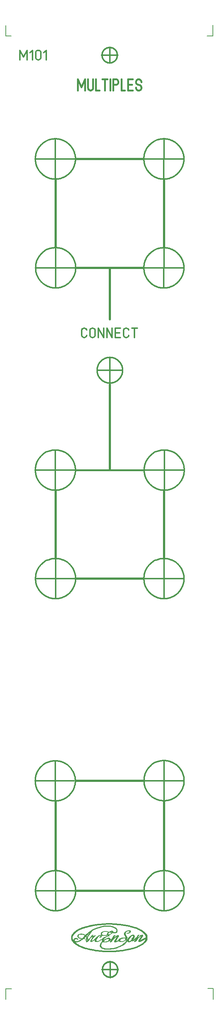
<source format=gbr>
G04 CAM350/DFMSTREAM V12.1 (Build 1022) Date:  Sun Oct 03 11:34:04 2021 *
G04 Database: D:\Mes documents\Projects\Modular Synth\M101 Multiples\Front panel design\CAM350\M101.cam *
G04 Layer 12: M101frontpanel.gbr *
%FSLAX23Y23*%
%MOIN*%
%SFA1.000B1.000*%

%MIA0B0*%
%IPPOS*%
%ADD10C,0.00394*%
%ADD11C,0.00551*%
%ADD12C,0.00787*%
%ADD13C,0.01024*%
%ADD14C,0.01102*%
%ADD15C,0.01181*%
%ADD16C,0.01260*%
%ADD17C,0.01496*%
%ADD18C,0.01654*%
%ADD19C,0.01811*%
%ADD70C,0.01969*%
%LNM101frontpanel.gbr*%
%LPD*%
G54D10*
X1029Y232D02*
G01X1028Y231D01*
X1027Y230*
X1026Y229*
Y227*
X1025Y226*
X1024Y225*
X1023Y224*
X1022Y223*
Y222*
X1020Y221*
X1019Y220*
X1018Y219*
Y219*
X1016Y218*
X1015Y217*
X1014Y216*
X1013Y215*
X1012*
X1010Y214*
Y213*
X1008Y212*
X1007Y211*
X1006*
X1005Y210*
X1003Y209*
X1002*
X1001Y208*
X1000Y207*
X998*
X997*
X996Y206*
X994*
X993Y205*
X992Y204*
X990*
X989Y203*
X987*
X986*
X985*
X983*
X982*
X981Y202*
X979*
X978*
X976Y201*
X975*
X974*
X972*
X970*
X969*
X967*
X966*
X965*
X963*
X962Y202*
X960*
X959*
X958Y203*
X956*
X955*
X954*
X952*
X951*
X950Y204*
X948*
X947Y205*
X946Y206*
X944*
X943Y207*
X942*
X940*
X939Y208*
X938Y209*
X937*
X935Y210*
Y211*
X933*
X932Y212*
X931Y213*
X930Y214*
X928Y215*
X927*
X926Y216*
X925Y217*
X923Y218*
Y219*
X922*
X921Y220*
X919Y221*
Y222*
X918Y223*
X917Y224*
X915Y225*
Y226*
X914Y227*
X913Y229*
X912Y230*
X911Y231*
Y232*
X910Y234*
X909*
X908Y236*
X907Y237*
Y238*
Y239*
Y241*
X906Y242*
X905Y243*
Y245*
X904Y246*
Y247*
Y248*
X903Y250*
Y251*
X902Y252*
Y254*
Y255*
X901Y256*
Y258*
Y259*
X900Y261*
Y262*
Y263*
Y265*
Y266*
Y267*
Y269*
Y270*
Y272*
Y273*
Y274*
Y276*
Y278*
Y280*
Y282*
Y282*
X901Y283*
Y285*
Y286*
X902Y288*
Y289*
Y290*
X903Y292*
Y293*
X904Y294*
Y296*
Y297*
X905Y298*
Y300*
X906Y301*
X907Y302*
Y304*
Y305*
Y306*
X908Y307*
X909Y309*
X910*
X911Y311*
Y312*
X912Y313*
X913Y314*
X914Y316*
X915Y317*
Y318*
X917Y319*
X918Y320*
X919Y321*
Y322*
X921Y323*
X922Y324*
X923Y325*
Y326*
X925Y327*
X926Y328*
X927Y329*
X928*
X930Y330*
X931Y331*
X932Y332*
X933Y333*
X935*
X937Y334*
X938Y335*
X939Y336*
X940*
X942Y337*
X943*
X944*
X946Y338*
X947Y339*
X948*
X950Y340*
X951*
X952Y341*
X954*
X955*
X956*
X958*
X959Y342*
X960*
X962*
X963*
X965*
X966*
X967*
X969*
X970Y343*
Y342*
X972*
X974*
X975*
X976*
X978*
X979*
X981*
X982Y341*
X983*
X985*
X986*
X987*
X989Y340*
X990*
X992Y339*
X993*
X994Y338*
X996Y337*
X997*
X998*
X1000Y336*
X1001*
X1002Y335*
X1003Y334*
X1005Y333*
X1006*
X1007*
X1008Y332*
X1010Y331*
Y330*
X1012Y329*
X1013*
X1014Y328*
X1015Y327*
X1016Y326*
X1018Y325*
Y324*
X1019Y323*
X1021Y322*
X1022Y321*
Y320*
X1023Y319*
X1024Y318*
X1025Y317*
X1026Y316*
Y314*
X1027Y313*
X1028Y312*
X1029Y311*
X1030Y309*
X1031Y307*
X1032Y306*
Y305*
Y304*
X1033Y302*
Y301*
X1034Y300*
X1035Y298*
Y297*
X1036Y296*
Y294*
X1037Y293*
Y292*
Y290*
X1038Y289*
Y288*
X1039Y286*
Y285*
Y283*
X1040Y282*
Y282*
Y280*
Y278*
Y276*
Y274*
Y273*
X1041Y272*
X1040Y270*
Y269*
Y267*
Y266*
Y265*
Y263*
Y262*
Y261*
X1039Y259*
Y258*
Y256*
X1038Y255*
Y254*
X1037Y252*
Y251*
Y250*
X1036Y248*
Y247*
X1035Y246*
X1034Y244*
Y243*
X1033Y242*
Y241*
X1032Y239*
Y238*
Y237*
X1031Y236*
X1030Y234*
X1029Y232*
X896Y272D02*
G01X1045D01*
X896*
X970Y346D02*
G01Y197D01*
X1022Y8632D02*
G01X1021Y8630D01*
X1020Y8629*
X1019Y8628*
X1018Y8627*
Y8625*
X1017Y8624*
X1015*
X1014Y8623*
Y8621*
X1013Y8620*
X1012*
X1010Y8619*
Y8617*
X1009Y8616*
X1007*
X1006Y8615*
Y8614*
X1004Y8613*
X1003Y8612*
X1002*
X1001Y8611*
X999Y8610*
X998Y8609*
X997Y8608*
X996*
X994*
Y8607*
X992Y8606*
X990*
Y8605*
X988*
X986Y8604*
X984*
X982Y8603*
X981*
X980*
X978Y8602*
X977*
X975*
X974Y8601*
X973*
X971*
X970Y8600*
X969*
X968*
X967*
X965*
X964*
X963*
X961*
X959*
X957Y8601*
X955*
X954*
X953*
X951Y8602*
X950*
X948*
X947Y8603*
X946*
X944*
X943Y8604*
X942*
X940*
X939Y8605*
X938*
X936Y8606*
X935*
X934Y8607*
X933Y8608*
X931*
X929Y8609*
X928Y8610*
X927Y8611*
X926Y8612*
X924*
X923Y8613*
X922Y8614*
X921Y8615*
X919Y8616*
X917Y8617*
X916Y8619*
X915Y8620*
X913Y8621*
X912Y8623*
X911Y8624*
X909Y8625*
X908Y8627*
X907Y8628*
Y8629*
Y8630*
X906Y8632*
X905*
X904Y8634*
Y8635*
X903Y8636*
X902Y8637*
X901Y8639*
Y8640*
X900Y8641*
Y8642*
X899Y8644*
Y8645*
X898Y8646*
Y8648*
X897*
X896Y8650*
Y8652*
Y8654*
Y8656*
X895*
Y8657*
Y8659*
X894Y8660*
Y8661*
Y8663*
X893Y8664*
Y8666*
Y8667*
Y8668*
Y8670*
Y8671*
Y8672*
Y8674*
Y8675*
Y8677*
X894Y8678*
Y8679*
Y8681*
Y8683*
X895*
Y8685*
Y8687*
X896Y8688*
Y8689*
Y8691*
Y8692*
Y8694*
X897Y8695*
X898Y8696*
Y8698*
X899Y8699*
Y8700*
X900Y8702*
Y8703*
X901Y8704*
Y8705*
X902Y8707*
X903*
X904Y8709*
Y8710*
X905Y8711*
X906Y8712*
X907Y8714*
Y8715*
Y8716*
X908Y8717*
X909Y8719*
X911*
Y8719*
X912Y8720*
X913Y8722*
X915*
Y8723*
X916Y8724*
X917Y8726*
X919*
Y8727*
X921Y8728*
X922Y8729*
X923Y8730*
X924*
X926Y8731*
X927Y8732*
X928Y8733*
X929*
X931Y8734*
X933Y8735*
X934*
X935Y8736*
X937Y8737*
X938*
X939Y8738*
X940*
X942*
X943Y8739*
X944*
X946Y8740*
X947*
X948Y8741*
X950*
X951*
X953Y8742*
X954*
X955*
X957*
X959*
X961*
X963*
X964*
X965*
X967*
X968*
X969*
X970*
X971*
X973*
X974*
X975Y8741*
X977*
X978*
X980Y8740*
X981*
X982Y8739*
X984*
X986Y8738*
X988*
X990Y8737*
X992Y8736*
X994Y8735*
X996Y8734*
X997*
X998Y8733*
X999*
X1001Y8732*
X1002Y8731*
X1003Y8730*
X1004*
X1006Y8729*
Y8728*
X1007Y8727*
X1009Y8726*
X1010*
Y8724*
X1012Y8723*
X1013Y8722*
X1014*
Y8720*
X1015Y8719*
X1017*
X1018*
Y8717*
X1019Y8716*
X1020Y8715*
X1021Y8714*
X1022Y8712*
Y8711*
X1023Y8710*
X1024Y8709*
X1025Y8707*
X1026*
Y8705*
Y8704*
X1027Y8703*
X1028Y8702*
X1029Y8700*
X1030Y8699*
Y8698*
Y8696*
Y8695*
X1031Y8694*
X1032Y8692*
Y8691*
Y8689*
Y8688*
X1033Y8687*
Y8685*
Y8683*
Y8681*
Y8679*
Y8678*
Y8677*
Y8675*
Y8674*
Y8672*
X1034Y8671*
X1033Y8670*
Y8668*
Y8667*
Y8666*
Y8664*
Y8663*
Y8661*
Y8660*
Y8659*
Y8657*
Y8656*
X1032*
Y8654*
Y8652*
X1031Y8650*
X1030Y8648*
Y8646*
X1029Y8644*
X1028Y8642*
X1027Y8641*
X1026Y8640*
Y8639*
Y8637*
X1025Y8636*
X1024Y8635*
X1023Y8634*
X1022Y8632*
X889Y8671D02*
G01X1038D01*
X889*
X964Y8746D02*
G01Y8596D01*
X1026Y228D02*
G01X1025Y227D01*
X1024Y226*
X1023Y225*
X1022Y223*
Y222*
X1021Y221*
X1019Y220*
X1018Y219*
Y219*
X1017Y218*
X1015Y217*
X1014Y216*
Y215*
X1013Y214*
X1011Y213*
X1010Y212*
X1009Y211*
X1008*
X1006Y210*
Y209*
X1004Y208*
X1003Y207*
X1002*
X1001Y206*
X999Y205*
X998*
X997Y204*
X996Y203*
X994*
X993*
X992Y202*
X990*
Y201*
X988Y200*
X986*
Y199*
X984*
X982*
X980*
X978*
X977Y198*
X976*
X974*
X973*
X971Y197*
X970*
X969*
X968*
X967*
X966*
X964*
X963*
X961*
X960Y198*
X959*
X957*
X955*
Y199*
X953*
X951*
X950*
X949*
X947*
X946Y200*
X944*
X943Y201*
X942Y202*
X940*
X939Y203*
X938*
X936*
X935Y204*
X934Y205*
X933*
X931Y206*
Y207*
X929*
X928Y208*
X927Y209*
X926Y210*
X924Y211*
X923*
X922Y212*
X921Y213*
X920Y214*
X919Y215*
X918Y216*
X917Y217*
X915Y218*
Y219*
X914*
X913Y220*
X912Y221*
X911Y222*
Y223*
X910Y225*
X909Y226*
X908Y227*
X907Y228*
Y230*
Y230*
X906Y232*
X905Y233*
X904Y234*
Y235*
Y237*
X903Y238*
X902Y239*
X901Y241*
Y242*
X900Y243*
Y244*
Y246*
X899Y247*
Y248*
X898Y250*
Y251*
X897Y252*
Y254*
Y255*
X896Y257*
Y258*
Y259*
Y261*
Y262*
Y263*
Y265*
Y266*
Y268*
Y269*
Y270*
Y272*
Y274*
Y276*
Y278*
Y279*
X897Y280*
Y282*
Y282*
X898Y284*
Y285*
X899Y286*
Y288*
X900Y289*
Y290*
Y292*
X901Y293*
X902Y294*
Y296*
X903Y297*
X904Y298*
Y300*
Y301*
X905Y302*
X906Y303*
X907Y305*
Y305*
Y307*
X908Y308*
X909Y309*
X910Y310*
X911Y311*
Y313*
X912*
X913Y314*
X914Y316*
X915Y317*
X916*
X917Y318*
X918Y319*
X919Y321*
X920*
X921Y322*
X922Y323*
X923Y324*
X924Y325*
X926*
X927Y326*
X928Y327*
X929Y328*
X931Y329*
X933Y330*
X934*
X935Y331*
X936Y332*
X938Y333*
X939*
X940*
X942Y334*
X943*
X944Y335*
X946Y336*
X947*
X949Y337*
X950*
X951*
X953*
X955*
Y338*
X957*
X959*
X960*
X961*
X963*
X964*
X966*
X967*
X968*
X969*
X970*
X971*
X973*
X974*
X976*
X977*
X978Y337*
X980*
X982*
X984*
X986Y336*
X988Y335*
X990Y334*
X992Y333*
X994*
X996Y332*
X997Y331*
X998Y330*
X999*
X1001Y329*
X1002*
X1003Y328*
X1004Y327*
X1006Y326*
Y325*
X1008*
X1009Y324*
X1010Y323*
X1011Y322*
X1013Y321*
X1014*
Y319*
X1015Y318*
X1017Y317*
X1018*
Y316*
X1019Y314*
X1021Y313*
X1022*
Y311*
X1023Y310*
X1024Y309*
X1025Y308*
X1026Y307*
Y305*
X1027*
X1028Y303*
X1029Y302*
X1030Y301*
Y300*
Y298*
X1031Y297*
X1032Y296*
Y294*
Y293*
Y292*
X1033Y290*
Y289*
Y288*
X1034Y286*
Y285*
Y284*
X1035Y282*
Y282*
Y280*
X1036Y279*
Y278*
Y276*
Y274*
X1037*
Y272*
Y270*
Y269*
Y268*
Y266*
Y265*
Y263*
Y262*
X1036Y261*
Y259*
Y258*
Y257*
X1035Y255*
Y254*
Y252*
X1034Y251*
Y250*
Y248*
X1033Y247*
Y246*
Y244*
X1032Y243*
Y242*
Y240*
Y239*
X1031Y238*
X1030Y237*
Y235*
Y234*
X1029Y233*
X1028Y232*
X1027Y230*
X1026*
Y228*
X892Y268D02*
G01X1041D01*
X892*
X967Y343D02*
G01Y192D01*
G54D11*
X964Y618D02*
G01X969Y622D01*
X971Y623*
X974Y624*
X978*
X982Y625*
X985Y623*
X979Y624*
X977Y623*
X974*
X971Y621*
X969Y620*
Y616*
X972*
X975Y614*
X982Y612*
Y613*
X892Y589D02*
G01X897D01*
X900Y588*
X904Y586*
X908Y585*
X914*
X920*
X925Y586*
X930Y587*
X934Y588*
X939Y589*
X943*
X936Y587*
X928Y585*
X922*
X916Y584*
X908*
X896*
X946Y589D02*
G01X950Y592D01*
X953Y593*
X957*
X963Y595*
X969Y596*
X972Y598*
X977Y601*
X980Y603*
X981Y604*
X982Y608*
X992Y612*
X990Y608*
X983Y604*
X978Y601*
X973Y599*
X967Y596*
X962Y594*
X955Y592*
X801Y583D02*
G01X805Y589D01*
X808*
X809Y591*
X821Y581D02*
G01X825Y583D01*
X831Y586*
X827Y582*
X899Y555D02*
G01X897Y549D01*
X896Y544*
Y539*
X895Y535*
X896Y533*
X898Y530*
X900Y527*
X904Y526*
X907Y525*
X909Y524*
X913*
X922*
X927Y525*
X933Y526*
X943Y530*
X951Y532*
X960Y536*
X970Y541*
X982Y549*
X979Y548*
X965Y540*
X966Y543*
X967Y550*
Y553*
Y557*
X963Y559*
X961Y561*
X955*
X950*
X944Y558*
X936Y555*
X927Y551*
X918Y545*
X910Y541*
X906Y537*
X905Y542*
X906Y547*
X907Y551*
X910Y554*
X912Y558*
X918Y563*
X922Y565*
X925Y569*
X931Y572*
X907Y560D02*
G01X902Y549D01*
X900Y540*
X901Y532*
X906Y535*
Y536*
X904*
X905Y535*
X907Y538*
X904Y534D02*
G01X907Y537D01*
X916Y543*
X925Y549*
X933Y553*
X936Y554*
X940Y557*
X945*
X951*
X955Y556*
X957Y553*
X958Y549*
Y546*
X957Y542*
X955Y539*
X953Y537*
X950Y533*
X946Y532*
X941Y530*
X935Y528*
X930Y526*
X923*
X917*
X913Y528*
X911Y529*
X908Y530*
X907Y532*
X905Y530*
X956Y558D02*
G01X963Y554D01*
Y545*
X961Y537*
X982Y545D02*
G01Y549D01*
X1001Y581*
X1002Y582*
X1008Y583*
X1005*
X1009Y585*
X1012*
X1014*
X1003Y570*
X998Y557*
X1002Y558*
X1005Y561*
X1006*
X1014Y569*
X1021Y575*
X1026Y578*
X1030Y581*
X1033Y583*
X1036Y585*
X1037*
X1041*
X1044Y583*
X1045Y581*
Y577*
X1040Y569*
X1022Y540*
X1021Y537*
Y533*
X1023Y532*
X1026*
X1030*
X1033Y533*
X1040Y537*
X1045Y541*
X1048Y542*
X1049Y545*
X1050Y548*
X1053Y551*
X1057Y554*
X1062Y557*
X1067Y558*
X1073Y561*
X1078*
X1084Y562*
X1091Y563*
X1096*
X1102Y562*
X1107Y561*
X1112Y559*
X1120Y551*
X1125Y540*
X978Y542D02*
G01X974Y537D01*
X968Y526*
X975*
X981Y532*
X990Y542*
X1002Y555*
X1013Y566*
X1022Y573*
X1028Y577*
X1033Y578*
X1034Y577*
X1032Y571*
X1014Y543*
X1010Y536*
X1009Y533*
Y529*
X1010Y527*
X1012Y526*
X1014Y525*
X1019*
X1022Y526*
X1036Y532*
X1044Y536*
X1049Y537*
X1050Y535*
X1051Y533*
X1053Y532*
X1057Y530*
X1060Y529*
X1065Y528*
X1078*
X1085Y530*
X1091Y531*
X1099Y534*
X1105Y539*
X1112Y544*
X1116Y548*
X1113Y554*
X1112Y556*
X1110Y557*
X1107Y559*
X1101Y561*
X1097*
X1092*
X1085Y560*
X1077Y559*
X1072Y557*
X1067Y555*
X1064Y552*
X1061Y548*
X1059Y545*
X1058Y541*
Y537*
X1061Y533*
X1063Y531*
X1067Y530*
X1071*
X1080*
X1086*
X1092Y532*
X1098Y536*
X1104Y540*
X1108Y544*
X1110Y548*
X1111Y550*
X1113Y553*
X1061D02*
G01X1055Y546D01*
X1049Y541*
X1053*
X1056Y533*
X1023Y529D02*
G01X1017Y530D01*
X1014Y531*
X1016Y533*
X1029Y557*
X1041Y579*
X1036Y581*
X1006D02*
G01X974Y531D01*
X998Y557*
X899Y535D02*
G01X896Y531D01*
X887Y520*
X882Y512*
X878Y503*
X876Y497*
Y487*
X878Y482*
X880Y478*
X884Y474*
X889Y470*
X896Y467*
X901Y465*
X911Y463*
X907D02*
G01X910D01*
X920Y460*
X926Y459*
X964*
X989Y461*
X999Y463*
X1012Y467*
X1024Y470*
X1018Y468D02*
G01X1028Y470D01*
X1045Y478*
X1058Y483*
X1069Y489*
X1084Y496*
X1094Y503*
X1104Y510*
X1110Y517*
X1115Y522*
X1119Y526*
X1121Y531*
X1124Y536*
X1118Y544*
Y539*
X1116Y533*
X1112Y527*
X1107Y520*
X1100Y514*
X1089Y504*
X1078Y497*
X1069Y492*
X1059Y486*
X1046Y482*
X1033Y476*
X1022Y472*
X1007Y469*
X998Y467*
X988Y466*
X976Y464*
X966Y463*
X945*
X936*
X926*
X918Y464*
X911Y467*
X904Y469*
X898Y470*
X894Y474*
X891Y476*
X887Y479*
X885Y482*
X884Y486*
X883Y489*
X882Y493*
X883Y498*
X884Y502*
X885Y508*
X888Y514*
X892Y518*
X895Y524*
X899Y529*
X877Y494D02*
G01X884Y480D01*
X892Y471*
X1112Y519D02*
G01X1124Y539D01*
X1112Y556D02*
G01X1113Y561D01*
X1114Y563*
Y566*
X1112Y569*
X1104Y583*
X1101Y589*
X1100Y592*
X1098Y594*
Y600*
X1100Y605*
X1101Y610*
X1105Y614*
X1110Y619*
X1115Y622*
X1121Y625*
X1126Y627*
X1132Y628*
X1136Y629*
X1149*
X1152Y628*
X1156Y626*
Y624*
Y620*
X1154Y615*
X1150Y611*
X1144Y608*
X1137Y606*
X1131Y605*
X1128Y604*
X1123*
X1124Y605*
X1129*
X1131Y606*
X1140Y608*
X1144Y612*
X1146Y613*
X1148Y616*
X1149Y619*
Y621*
X1148Y624*
X1147Y625*
X1145Y626*
X1143Y627*
X1140Y628*
X1135*
X1132*
X1129Y627*
X1124Y625*
X1120Y623*
X1116Y620*
X1112Y616*
X1109Y612*
X1108Y608*
X1107Y603*
X1108Y598*
X1110Y593*
X1120Y577*
X1123Y573*
X1124Y567*
Y561*
X1122Y557*
X1120Y553*
X1116Y555*
X1120Y569*
X1117*
X1115Y577*
X1112Y578*
X1106Y590*
X1103Y597*
X1104Y608*
X1111Y619*
X1120Y624*
X1128Y627*
X1136Y628*
X1147*
X1152Y624*
Y617*
X1127Y540D02*
G01X1128Y544D01*
X1129Y545*
X1130Y549*
X1132Y553*
X1134Y557*
X1140Y565*
X1144Y569*
X1149Y574*
X1154Y578*
X1159Y582*
X1164Y585*
X1170Y588*
X1175Y589*
X1180*
X1185Y588*
X1187Y585*
X1190Y583*
X1191Y578*
Y573*
X1190Y569*
X1187Y561*
X1185Y557*
X1182Y553*
X1179Y549*
X1175Y546*
X1177Y545*
X1164Y535*
X1159Y532*
X1154Y530*
X1148Y529*
X1144Y527*
X1138*
X1135Y528*
X1132Y530*
X1130Y532*
X1128Y533*
X1139Y538*
Y541*
X1140Y545*
X1142Y551*
X1144Y555*
X1148Y561*
X1151Y566*
X1154Y570*
X1157Y574*
X1160Y577*
X1163Y580*
X1167Y583*
X1171Y585*
X1174Y586*
X1177Y585*
X1180*
X1182Y582*
X1183Y579*
Y573*
Y571*
X1182Y572*
X1177Y565*
X1172Y560*
X1170Y554*
X1168Y549*
X1167Y545*
X1165Y541*
X1162Y538*
X1157Y535*
X1154Y532*
X1150Y531*
X1147Y530*
X1144*
X1143Y532*
X1140Y533*
X1139Y537*
X1133Y533*
X1139Y531*
X1132Y538*
X1133Y542*
X1140Y557*
X1152Y572*
X1164Y584*
X1173Y587*
X1182*
X1187Y578*
X1185Y566*
X1167Y541*
X1183Y566*
X1254Y625D02*
G01X1268Y616D01*
X1280Y605*
X1287Y595*
X1293Y589*
X1297Y580*
X1300Y569*
X1296Y552*
X1295Y545*
X1274Y511D02*
G01X1282Y526D01*
X1288Y533*
X1292Y539*
X1293Y542*
X1296Y549*
X1284Y613D02*
G01X1289Y610D01*
X1298Y599*
X1304Y592*
X1308Y584*
X1309Y577*
X1310Y569*
Y556*
Y552*
X1308Y545*
X1303Y537*
X1299Y530*
X1293Y523*
X1165Y540D02*
G01X1169Y537D01*
X1174Y535*
X1176Y536*
X1180Y537*
X1184Y540*
X1198Y552*
X1203Y550*
Y548*
X1202Y547*
X1191Y529*
X1199Y530*
X1201Y531*
X1207Y537*
X1215Y547*
X1223Y557*
X1229Y564*
X1237Y571*
X1243Y576*
X1248Y580*
X1252Y581*
X1257*
X1255Y575*
X1252Y569*
X1233Y539*
X1231Y535*
X1232Y532*
X1233Y530*
X1235Y529*
X1238Y528*
X1242Y530*
X1245*
X1296Y557*
X1303Y568*
X1298Y565*
X1243Y537*
X1245Y544*
X1265Y575*
X1267Y580*
X1268Y584*
X1267Y587*
X1265Y589*
X1261*
X1256Y587*
X1250Y584*
X1242Y577*
X1227Y564*
X1222Y559*
X1223Y568*
Y571*
X1235Y588*
Y589*
X1230Y588*
X1226Y585*
X1223Y583*
X1218Y573*
X1200Y557*
X1189Y546*
X1184Y542*
X1182Y541*
X1178Y542*
X1174Y538*
X1179Y539*
X1187Y544*
X1195Y550*
X1206Y556*
X1204Y546*
X1198Y533*
X1220Y561*
X1207Y551*
X1222Y567*
X1206Y557*
X1222Y573*
X1230Y585*
X1216Y559*
X1226Y563*
X1229Y565*
X1234Y569*
X1242Y577*
X1250Y582*
X1260Y585*
X1265*
X1234Y533*
X1240Y536*
X1238Y532*
X1296Y561*
X1237Y531*
X1239Y540*
X1262Y582*
X1104Y588D02*
G01X1112Y575D01*
X1120Y572*
X1119Y567D02*
G01X1114Y581D01*
X1108Y593*
X1100Y595*
X1108Y585*
X1120Y557*
X1116Y547*
X1124Y541*
X1132Y537*
X1136Y556*
X899Y542D02*
G01X900Y532D01*
X908Y527*
G54D12*
X1916Y8847D02*
G01Y8947D01*
X1919Y98D02*
G01X1868D01*
X1919Y99D02*
G01X1918Y0D01*
X5Y98D02*
G01Y0D01*
Y8844D02*
G01Y8943D01*
X740Y583D02*
G01X738Y586D01*
X732Y589*
X727Y593*
X724Y594*
X719Y595*
X714Y597*
X707Y598*
X703Y599*
X695*
X688Y597*
X683Y596*
X679Y594*
X675Y592*
X672Y588*
X670Y583*
X669Y579*
Y577*
X671Y573*
X669Y574*
X671Y571*
X675Y567*
X671Y571*
X673Y569*
X675Y566*
X679Y564*
X683Y562*
X686Y561*
X690Y560*
Y559*
X695Y558*
X702Y557*
X716*
X731*
X734*
X704*
X695Y558*
X689Y561*
X684Y563*
X679Y566*
X677Y568*
X675Y569*
Y571*
X674Y573*
X673Y576*
Y579*
X674Y582*
Y585*
X675Y589*
X678Y591*
X682Y594*
X687Y596*
X693Y597*
X699*
X708*
X716Y595*
X721Y594*
X724Y592*
X731Y589*
X734Y585*
X738Y584*
X732Y578*
X717Y563*
X711Y558*
X727Y571D02*
G01X739Y586D01*
X746Y593*
X752Y598*
X758Y602*
X761Y605*
X738Y583D02*
G01X742Y578D01*
X749Y573*
X754Y567*
X750Y561*
X748Y557*
X747Y553*
X746Y548*
X745Y542*
X746Y538*
X747Y533*
X750Y530*
X751Y529*
X752Y527*
X754Y528*
X758Y530*
X763Y533*
X774Y547*
X779Y553*
X783Y559*
X793Y570*
X794Y572*
X793Y571*
X811Y573*
X809Y568*
Y565*
X803Y558*
X798Y553*
X794Y547*
X791Y542*
X789Y538*
X787Y534*
Y532*
X788Y530*
X790Y529*
X793Y528*
X797Y529*
X803Y532*
X809Y535*
X817Y541*
X825Y548*
X833Y557*
X841Y564*
X848Y572*
X852Y576*
X857Y579*
X862Y581*
X866Y584*
X870Y585*
X872Y587*
X879*
X888*
X739Y585D02*
G01X744Y581D01*
X758Y564*
X751Y556*
X750Y552*
X748Y548*
X747Y542*
Y537*
X748Y533*
X750Y532*
X755Y533*
X756Y534*
X757Y536*
Y537*
X759Y541*
Y544*
X760Y547*
Y551*
Y560*
Y558*
X761Y554*
Y549*
X762Y541*
X765Y542*
X767Y543*
X769Y545*
X773Y549*
X779Y555*
X784Y562*
X790Y569*
X793Y573*
X797Y578*
X800Y581*
X802Y585*
X805Y588*
X803Y582*
X806Y579*
X809Y578*
Y579*
X813*
X817Y580*
X821Y581*
X824Y582*
X828Y583*
X809Y561*
X800Y545*
X797Y541*
Y537*
X796Y534*
X798Y532*
X800*
X801*
X796Y530*
X791Y533*
X754Y566D02*
G01X757Y572D01*
X762Y580*
X768Y590*
X774Y598*
X779Y605*
X783Y612*
X785Y616*
X794Y620*
X788Y612*
X782Y603*
X777Y594*
X770Y586*
X765Y578*
X757Y567*
X789Y615D02*
G01X795Y621D01*
X799Y625*
X802Y628*
X806Y632*
X810Y635*
X813Y636*
X816Y638*
X818Y640*
X822Y642*
X826Y644*
X829Y646*
X834Y648*
X837Y650*
X842Y652*
X638Y532D02*
G01Y539D01*
X636Y541*
Y544*
X637Y547*
X639Y549*
X640Y550*
X641Y552*
X644Y553*
X646Y555*
X651Y557*
X655*
X829Y552D02*
G01Y545D01*
Y536*
X830Y533*
X832Y532*
X833Y530*
X836Y529*
X839Y528*
X842*
X844*
X851Y530*
X857Y531*
X863Y533*
X868Y536*
X876Y541*
X884Y547*
X888Y549*
X894Y553*
X902Y558*
X912Y565*
X919Y568*
X922Y569*
X927Y572*
X932Y574*
X938Y577*
X943Y578*
X948Y579*
X953Y581*
X957*
X962Y582*
X963Y583*
X959*
X956Y585*
X951Y589*
X949Y591*
X948Y593*
X947Y594*
Y597*
X948Y600*
X949Y603*
X950Y606*
X952Y609*
X954Y612*
X960Y616*
X965Y620*
X969Y621*
X868Y585D02*
G01X864Y581D01*
X860Y577*
X855Y573*
X851Y567*
X848Y563*
X844Y557*
X842Y552*
X840Y547*
X839Y541*
Y538*
X840Y535*
X841Y533*
X844Y532*
X845Y531*
X849Y530*
X852*
X855*
X857Y531*
X844Y561D02*
G01X835Y551D01*
Y544*
X836Y533*
X799Y575D02*
G01X816Y576D01*
X873Y569D02*
G01X872D01*
X876Y572*
X879Y573*
X880Y577*
Y580*
Y583*
Y585*
X878Y586*
X875*
X873Y569D02*
G01Y568D01*
X878Y569*
X882Y571*
X884Y573*
X887Y577*
X888Y578*
Y581*
X891Y584*
X895Y585*
X896*
X884Y589*
Y591*
Y599*
Y602*
X886Y605*
X888Y608*
X889Y611*
X893Y614*
X896Y616*
X900Y618*
X904Y620*
X908Y622*
X913Y623*
X919*
X926*
X931Y622*
X935Y621*
X942Y620*
X947Y619*
X952Y617*
X955*
X960*
X896Y586D02*
G01Y589D01*
X892Y590*
Y593*
X891Y594*
X890Y596*
Y597*
Y601*
X891Y604*
X892Y606*
Y608*
X894Y611*
X896Y613*
X898Y616*
X901Y618*
X904Y620*
X956Y616D02*
G01X951Y612D01*
X947Y609*
X945Y607*
X943Y604*
X942Y601*
X941Y597*
Y593*
Y589*
X943*
X949Y585*
X966Y619D02*
G01X969Y621D01*
X963Y616*
X970Y614*
X976Y612*
X982*
X993*
X989D02*
G01X990Y613D01*
Y616*
Y619*
X989Y622*
X987Y623*
X985Y624*
X982*
X988*
X992Y623*
X994Y621*
X995Y620*
X994Y617*
X54Y8846D02*
G01X4D01*
X1912D02*
G01X1862D01*
X60Y96D02*
G01X10D01*
G54D13*
X627Y528D02*
G01X630Y537D01*
X632Y543*
Y547*
X634Y550*
X636Y553*
X638Y556*
X640Y557*
X643*
X645Y558*
X663Y528D02*
G01X673Y532D01*
X682Y535*
X689Y539*
X696Y544*
X705Y550*
X719Y562*
X748Y592*
X758Y600*
X770Y612*
X778Y619*
X789Y627*
X801Y635*
X814Y641*
X831Y649*
X847Y656*
X864Y660*
X882Y665*
X898Y669*
X911Y671*
X922Y672*
X958*
X969Y671*
X978Y670*
X993Y665*
X1006Y659*
X1017Y652*
X1023Y647*
X1028Y641*
X1030Y633*
Y626*
X1029Y620*
X1026Y617*
X1021Y614*
X1014Y612*
X1002Y611*
X994*
X1015Y654D02*
G01X1021Y648D01*
X1024Y644*
X1027Y640*
X1029Y632*
Y628*
X1027Y622*
X1025Y618*
X1023Y616*
X1021Y615*
X784Y455D02*
G01X747Y467D01*
X715Y478*
X700Y484*
X687Y490*
X675Y497*
X667Y502*
X660Y506*
X656Y509*
X651Y513*
X648Y516*
Y518*
X643Y526*
X707Y552D02*
G01X721Y563D01*
X727Y569*
X734Y577*
X743Y585*
X751Y593*
X757Y599*
X762Y605*
G54D14*
X664Y529D02*
G01X663D01*
X662*
X661Y528*
X660*
X659*
X658*
X657*
Y528*
X656*
X655*
X654*
X653*
X652*
Y529*
X651*
X650*
X649*
Y530*
X648*
X647*
X646*
X645*
Y531*
X644*
Y532*
X643*
X642*
X641Y533*
X640*
Y534*
X639Y535*
X638Y536*
X637Y537*
X636Y538*
Y539*
Y540*
Y541*
X635*
Y542*
Y543*
Y544*
Y545*
Y546*
X636Y547*
Y548*
Y549*
Y550*
X637Y551*
X638Y552*
Y553*
X639*
X640*
Y554*
X641Y555*
X642*
Y556*
X643*
X644Y557*
X645*
X646*
X647*
X648*
Y558*
X649*
X650*
X651*
X652*
X653*
X654*
X655*
X656*
X657*
Y558*
Y557*
X658*
X659*
X660*
X661*
X662*
X663*
Y556*
Y555*
X664*
X665*
X666Y554*
Y553*
X667*
X668*
G54D15*
X276Y4858D02*
G01X638Y4859D01*
X374Y5024D02*
G01X402Y5033D01*
X405*
X407Y5034*
X410Y5035*
X412Y5036*
X415Y5037*
X418*
X421Y5038*
X423Y5039*
X427Y5040*
X430*
X432Y5041*
X435*
X438*
X441*
X444Y5042*
X447*
X450*
X453Y5043*
X455*
X459*
X462*
X464*
X467*
X470*
X472*
X475*
X478Y5042*
X481*
X484Y5041*
X487*
X490*
X493*
X496Y5040*
X498*
X502Y5039*
X505Y5038*
X507Y5037*
X510*
X513Y5036*
X516Y5035*
X519Y5034*
X522Y5033*
X525*
X527Y5032*
X530Y5031*
X532Y5030*
X534*
X537Y5028*
X540Y5027*
X543Y5026*
X545Y5025*
X548Y5023*
X550Y5022*
X553Y5021*
X556Y5019*
X558Y5018*
X561Y5016*
X563Y5014*
X565Y5013*
X568Y5011*
X570Y5010*
X573Y5008*
X575Y5006*
X577Y5004*
X580Y5002*
X582Y5000*
X585Y4998*
X586Y4996*
X589Y4994*
X591Y4992*
X593Y4990*
X594Y4988*
X596Y4986*
X598Y4984*
X600Y4982*
X602Y4979*
X604Y4978*
X606Y4975*
X608Y4973*
X609Y4970*
X611Y4969*
X612Y4967*
X615Y4964*
X616Y4962*
X618Y4959*
X620Y4957*
X621Y4954*
X623Y4951*
X624Y4949*
X625Y4947*
X627Y4943*
X628Y4941*
X629Y4939*
X631Y4936*
X632Y4933*
X633Y4931*
X634Y4927*
X635Y4925*
X636Y4922*
X637Y4919*
X638Y4916*
X639Y4914*
X640Y4911*
Y4908*
X641Y4906*
X642Y4904*
X643Y4900*
X644Y4898*
Y4895*
Y4892*
X645Y4889*
Y4886*
X646Y4884*
Y4880*
X647Y4877*
Y4875*
Y4872*
X648Y4868*
Y4866*
Y4863*
Y4860*
Y4857*
Y4854*
Y4851*
Y4848*
Y4845*
X647Y4843*
Y4841*
X646Y4837*
Y4834*
X645Y4832*
Y4829*
X644Y4825*
Y4823*
Y4820*
X643Y4817*
X642Y4814*
X641Y4811*
X640Y4809*
Y4805*
X639Y4803*
X638Y4800*
X637Y4797*
X636Y4794*
X635Y4792*
X634Y4789*
X633Y4786*
X632Y4784*
X631Y4782*
X629Y4779*
X628Y4777*
X627Y4774*
X625Y4771*
X624Y4769*
X623Y4766*
X621Y4764*
X620Y4761*
X618Y4758*
X616Y4756*
X615Y4754*
X613Y4751*
X612Y4749*
X609Y4746*
X608Y4744*
X606Y4742*
X604Y4739*
X602Y4737*
X600Y4735*
X598Y4733*
X596Y4730*
X594Y4729*
X593Y4726*
X590Y4725*
X589Y4722*
X586Y4721*
X584Y4719*
X582Y4718*
X580Y4715*
X577Y4714*
X575Y4712*
X573Y4711*
X570Y4709*
X568Y4707*
X565Y4705*
X563Y4703*
X561Y4702*
X557Y4700*
X555Y4699*
X553Y4698*
X550Y4696*
X547Y4695*
X545Y4693*
X542Y4692*
X540Y4691*
X537Y4690*
X534Y4688*
X532Y4687*
X530*
X526Y4685*
X524Y4684*
X521Y4683*
X518*
X515Y4682*
X513Y4681*
X510Y4680*
X507Y4679*
X504*
X502Y4678*
X498Y4677*
X495*
X493Y4676*
X490*
X487Y4675*
X484*
X481*
X478*
X475*
X472Y4674*
X470*
X467*
X464*
X462*
X459*
X455*
X453*
X450*
X447Y4675*
X444*
X441*
X438*
X435Y4676*
X432*
X429Y4677*
X427*
X423Y4678*
X420Y4679*
X418*
X415Y4680*
X412Y4681*
X409Y4682*
X407Y4683*
X404*
X401Y4684*
X399Y4685*
X396Y4687*
X393*
X391Y4688*
X388Y4690*
X385Y4691*
X382Y4692*
X380Y4694*
X377Y4695*
X375Y4696*
X372Y4698*
X369Y4699*
X367Y4701*
X364Y4703*
X362Y4704*
X360Y4706*
X357Y4707*
X355Y4709*
X352Y4711*
X350Y4712*
X348Y4715*
X345Y4716*
X344Y4718*
X341Y4719*
X340Y4721*
X337Y4723*
X335Y4725*
X333Y4727*
X331Y4729*
X329Y4731*
X327Y4733*
X325Y4735*
X323Y4738*
X321Y4739*
X319Y4742*
X317Y4744*
X316Y4746*
X314Y4749*
X313Y4751*
X310Y4754*
X309Y4756*
X307Y4758*
X305Y4761*
X304Y4764*
X302Y4766*
X301Y4769*
X300Y4771*
X298Y4774*
X297Y4777*
X296Y4779*
X294Y4782*
X293Y4784*
X292Y4786*
X291Y4789*
X290Y4792*
X289Y4795*
X288Y4797*
X287Y4801*
X286Y4803*
X285Y4806*
Y4809*
X284Y4812*
X283Y4814*
X282Y4817*
Y4820*
Y4823*
Y4826*
X281Y4829*
Y4832*
X280Y4834*
Y4837*
X279Y4841*
Y4843*
Y4845*
X278Y4848*
Y4851*
Y4854*
Y4857*
Y4860*
Y4863*
Y4866*
Y4868*
Y4872*
X279Y4875*
Y4877*
X280Y4880*
Y4884*
X281Y4886*
Y4889*
X282Y4892*
Y4895*
Y4898*
Y4901*
X283Y4904*
X284Y4907*
X285Y4908*
Y4911*
X286Y4915*
X287Y4917*
X288Y4920*
X289Y4923*
X290Y4926*
X291Y4928*
X292Y4931*
X293Y4934*
X294Y4936*
X296Y4939*
X297Y4942*
X298Y4944*
X300Y4947*
X301Y4949*
X303Y4952*
X305Y4955*
X306Y4957*
X308Y4959*
X309Y4962*
X311Y4964*
X313Y4967*
X314Y4969*
X316Y4970*
X318Y4973*
X320Y4975*
X321Y4978*
X324Y4980*
X325Y4982*
X328Y4984*
X329Y4986*
X332Y4988*
X333Y4990*
X336Y4992*
X337Y4994*
X340Y4996*
X342Y4998*
X344Y5000*
X345Y5002*
X348Y5004*
X350Y5006*
X374Y5024*
X1467Y5033D02*
G01Y4683D01*
X1280Y4858D02*
G01X1642Y4859D01*
X1378Y5024D02*
G01X1406Y5033D01*
X1408*
X1411Y5034*
X1414Y5035*
X1416Y5036*
X1419Y5037*
X1422*
X1425Y5038*
X1427Y5039*
X1431Y5040*
X1434*
X1436Y5041*
X1439*
X1442*
X1445*
X1448Y5042*
X1451*
X1454*
X1457Y5043*
X1459*
X1463*
X1466*
X1468*
X1470*
X1474*
X1476*
X1479*
X1482Y5042*
X1485*
X1488Y5041*
X1491*
X1494*
X1497*
X1500Y5040*
X1502*
X1506Y5039*
X1509Y5038*
X1511Y5037*
X1514*
X1517Y5036*
X1520Y5035*
X1523Y5034*
X1526Y5033*
X1529*
X1531Y5032*
X1533Y5031*
X1536Y5030*
X1538*
X1541Y5028*
X1544Y5027*
X1547Y5026*
X1549Y5025*
X1552Y5023*
X1554Y5022*
X1557Y5021*
X1560Y5019*
X1562Y5018*
X1565Y5016*
X1567Y5014*
X1569Y5013*
X1572Y5011*
X1574Y5010*
X1577Y5008*
X1579Y5006*
X1581Y5004*
X1584Y5002*
X1586Y5000*
X1589Y4998*
X1590Y4996*
X1593Y4994*
X1594Y4992*
X1596Y4990*
X1598Y4988*
X1600Y4986*
X1602Y4984*
X1604Y4982*
X1606Y4979*
X1608Y4978*
X1610Y4975*
X1612Y4973*
X1613Y4970*
X1615Y4969*
X1616Y4967*
X1619Y4964*
X1620Y4962*
X1622Y4959*
X1624Y4957*
X1625Y4954*
X1627Y4951*
X1628Y4949*
X1629Y4947*
X1631Y4943*
X1632Y4941*
X1633Y4939*
X1635Y4936*
X1636Y4933*
X1637Y4931*
X1638Y4927*
X1639Y4925*
X1640Y4922*
X1641Y4919*
X1642Y4916*
X1643Y4914*
X1644Y4911*
Y4908*
X1645Y4906*
X1646Y4904*
X1647Y4900*
X1648Y4898*
Y4895*
Y4892*
X1649Y4889*
Y4886*
X1650Y4884*
Y4880*
X1651Y4877*
Y4875*
Y4872*
X1652Y4868*
Y4866*
Y4863*
Y4860*
Y4857*
Y4854*
Y4851*
Y4848*
Y4845*
X1651Y4843*
Y4841*
X1650Y4837*
Y4834*
X1649Y4832*
Y4829*
X1648Y4825*
Y4823*
Y4820*
X1647Y4817*
X1646Y4814*
X1645Y4811*
X1644Y4809*
Y4805*
X1643Y4803*
X1642Y4800*
X1641Y4797*
X1640Y4794*
X1639Y4792*
X1638Y4789*
X1637Y4786*
X1636Y4784*
X1635Y4782*
X1633Y4779*
X1632Y4777*
X1631Y4774*
X1629Y4771*
X1628Y4769*
X1627Y4766*
X1625Y4764*
X1624Y4761*
X1622Y4758*
X1620Y4756*
X1619Y4754*
X1617Y4751*
X1616Y4749*
X1613Y4746*
X1612Y4744*
X1610Y4742*
X1608Y4739*
X1606Y4737*
X1604Y4735*
X1602Y4733*
X1600Y4730*
X1598Y4729*
X1596Y4726*
X1594Y4725*
X1593Y4722*
X1590Y4721*
X1588Y4719*
X1586Y4718*
X1584Y4715*
X1581Y4714*
X1579Y4712*
X1577Y4711*
X1574Y4709*
X1572Y4707*
X1569Y4705*
X1567Y4703*
X1565Y4702*
X1561Y4700*
X1559Y4699*
X1557Y4698*
X1554Y4696*
X1551Y4695*
X1549Y4693*
X1546Y4692*
X1544Y4691*
X1541Y4690*
X1538Y4688*
X1535Y4687*
X1533*
X1530Y4685*
X1528Y4684*
X1525Y4683*
X1522*
X1519Y4682*
X1517Y4681*
X1514Y4680*
X1511Y4679*
X1508*
X1506Y4678*
X1502Y4677*
X1499*
X1497Y4676*
X1494*
X1491Y4675*
X1488*
X1485*
X1482*
X1479*
X1476Y4674*
X1474*
X1470*
X1468*
X1466*
X1463*
X1459*
X1457*
X1454*
X1451Y4675*
X1448*
X1445*
X1442*
X1439Y4676*
X1436*
X1433Y4677*
X1431*
X1427Y4678*
X1424Y4679*
X1422*
X1419Y4680*
X1416Y4681*
X1413Y4682*
X1410Y4683*
X1407*
X1405Y4684*
X1403Y4685*
X1400Y4687*
X1397*
X1395Y4688*
X1392Y4690*
X1389Y4691*
X1386Y4692*
X1384Y4694*
X1381Y4695*
X1379Y4696*
X1376Y4698*
X1373Y4699*
X1371Y4701*
X1368Y4703*
X1366Y4704*
X1364Y4706*
X1361Y4707*
X1359Y4709*
X1356Y4711*
X1354Y4712*
X1352Y4715*
X1349Y4716*
X1347Y4718*
X1344Y4719*
Y4721*
X1341Y4723*
X1339Y4725*
X1337Y4727*
X1335Y4729*
X1333Y4731*
X1331Y4733*
X1329Y4735*
X1327Y4738*
X1325Y4739*
X1323Y4742*
X1321Y4744*
X1320Y4746*
X1318Y4749*
X1317Y4751*
X1314Y4754*
X1313Y4756*
X1311Y4758*
X1309Y4761*
X1308Y4764*
X1306Y4766*
X1305Y4769*
X1304Y4771*
X1302Y4774*
X1301Y4777*
X1300Y4779*
X1298Y4782*
X1297Y4784*
X1296Y4786*
X1295Y4789*
X1294Y4792*
X1293Y4795*
X1292Y4797*
X1291Y4801*
X1290Y4803*
X1289Y4806*
Y4809*
X1288Y4812*
X1287Y4814*
X1286Y4817*
X1285Y4820*
Y4823*
Y4826*
X1284Y4829*
Y4832*
X1283Y4834*
Y4837*
X1282Y4841*
Y4843*
Y4845*
Y4848*
Y4851*
Y4854*
Y4857*
Y4860*
Y4863*
Y4866*
Y4868*
Y4872*
Y4875*
Y4877*
X1283Y4880*
Y4884*
X1284Y4886*
Y4889*
X1285Y4892*
Y4895*
Y4898*
X1286Y4901*
X1287Y4904*
X1288Y4907*
X1289Y4908*
Y4911*
X1290Y4915*
X1291Y4917*
X1292Y4920*
X1293Y4923*
X1294Y4926*
X1295Y4928*
X1296Y4931*
X1297Y4934*
X1298Y4936*
X1300Y4939*
X1301Y4942*
X1302Y4944*
X1304Y4947*
X1305Y4949*
X1307Y4952*
X1309Y4955*
X1310Y4957*
X1312Y4959*
X1313Y4962*
X1315Y4964*
X1317Y4967*
X1318Y4969*
X1320Y4970*
X1322Y4973*
X1324Y4975*
X1325Y4978*
X1328Y4980*
X1329Y4982*
X1332Y4984*
X1333Y4986*
X1336Y4988*
X1337Y4990*
X1340Y4992*
X1341Y4994*
X1344Y4996*
X1345Y4998*
X1347Y5000*
X1349Y5002*
X1352Y5004*
X1354Y5006*
X1378Y5024*
X1464Y6892D02*
G01X1463Y6541D01*
X1277Y6716D02*
G01X1639D01*
X1375Y6880D02*
G01X1403Y6891D01*
X1406Y6892*
X1407*
X1411Y6893*
X1413Y6894*
X1416Y6895*
X1419Y6896*
X1422*
X1424Y6897*
X1427Y6898*
X1431*
X1433Y6899*
X1436*
X1439Y6900*
X1442*
X1445*
X1447*
X1451*
X1454Y6901*
X1456*
X1459*
X1463*
X1465*
X1468*
X1470*
X1473*
X1476*
X1479Y6900*
X1482*
X1485*
X1488*
X1490Y6899*
X1494*
X1497Y6898*
X1499*
X1502Y6897*
X1506Y6896*
X1508*
X1511Y6895*
X1514Y6894*
X1517Y6893*
X1519Y6892*
X1522*
X1525Y6890*
X1528Y6889*
X1530Y6888*
X1533Y6887*
X1535Y6886*
X1537Y6885*
X1541Y6884*
X1543Y6882*
X1545Y6881*
X1549Y6880*
X1551Y6878*
X1553Y6877*
X1556Y6876*
X1558Y6874*
X1561Y6872*
X1564Y6871*
X1566Y6869*
X1569Y6868*
X1571Y6866*
X1573Y6864*
X1576Y6862*
X1578Y6860*
X1581Y6859*
X1583Y6857*
X1585Y6855*
X1587Y6853*
X1589Y6851*
X1592Y6849*
X1593Y6847*
X1595Y6845*
X1596Y6844*
X1599Y6841*
X1600Y6839*
X1603Y6837*
X1604Y6835*
X1607Y6833*
X1608Y6830*
X1610Y6828*
X1612Y6825*
X1613Y6823*
X1616Y6821*
X1617Y6818*
X1619Y6816*
X1620Y6813*
X1622Y6811*
X1624Y6809*
Y6806*
X1626Y6803*
X1628Y6801*
X1629Y6798*
X1630Y6796*
X1632Y6793*
Y6790*
X1634Y6788*
X1635Y6785*
X1636Y6782*
X1637Y6780*
X1638Y6778*
X1639Y6774*
X1640Y6772*
Y6769*
X1641Y6766*
X1642Y6763*
X1643Y6761*
X1644Y6758*
Y6755*
X1645Y6752*
Y6749*
X1646Y6746*
Y6743*
X1647Y6741*
Y6738*
X1648Y6734*
Y6732*
Y6729*
Y6726*
Y6723*
Y6720*
Y6718*
Y6715*
Y6712*
Y6709*
Y6706*
Y6703*
Y6700*
Y6697*
X1647Y6694*
Y6691*
X1646Y6688*
Y6685*
X1645Y6683*
Y6679*
X1644Y6677*
Y6674*
X1643Y6671*
X1642Y6668*
X1641Y6666*
X1640Y6663*
Y6659*
X1639Y6657*
X1638Y6655*
X1637Y6652*
X1636Y6649*
X1635Y6647*
X1634Y6644*
X1632Y6641*
Y6639*
X1630Y6636*
X1628Y6633*
Y6631*
X1626Y6628*
X1624Y6626*
X1623Y6623*
X1621Y6620*
X1620Y6618*
X1618Y6616*
X1616Y6613*
X1615Y6611*
X1613Y6608*
X1612Y6606*
X1610Y6604*
X1608Y6601*
X1606Y6599*
X1604Y6596*
X1602Y6594*
X1600Y6593*
X1598Y6591*
X1596Y6589*
X1594Y6587*
X1593Y6585*
X1591Y6583*
X1589Y6581*
X1587Y6579*
X1585Y6577*
X1583Y6575*
X1581Y6573*
X1578Y6571*
X1576Y6569*
X1573Y6568*
X1571Y6566*
X1569Y6564*
X1566Y6562*
X1564Y6561*
X1561Y6559*
X1558Y6557*
X1556Y6556*
X1553Y6555*
X1551Y6553*
X1548Y6552*
X1545Y6550*
X1543Y6549*
X1541Y6548*
X1537Y6547*
X1535Y6545*
X1532*
X1530Y6544*
X1527Y6542*
X1525Y6541*
X1522*
X1519Y6540*
X1516Y6538*
X1514Y6537*
X1510*
X1508Y6536*
X1505Y6535*
X1502*
X1499Y6534*
X1496Y6533*
X1494*
X1490*
X1488*
X1485Y6532*
X1482*
X1479*
X1476*
X1473*
X1470*
X1468*
X1465*
X1463*
X1459*
X1456*
X1454*
X1451*
X1447*
X1445*
X1442*
X1439Y6533*
X1436*
X1433*
X1430*
X1427Y6534*
X1424Y6535*
X1421*
X1419Y6536*
X1415Y6537*
X1413*
X1410Y6538*
X1407Y6539*
X1405Y6540*
X1402Y6541*
X1400Y6542*
X1396Y6543*
X1394Y6545*
X1392*
X1388Y6546*
X1386Y6548*
X1383Y6549*
X1380Y6550*
X1378Y6552*
X1376Y6553*
X1373Y6554*
X1370Y6556*
X1368Y6557*
X1365Y6559*
X1363Y6561*
X1360Y6562*
X1358Y6564*
X1356Y6565*
X1353Y6567*
X1351Y6569*
X1348Y6571*
X1346Y6573*
X1344Y6574*
X1342Y6577*
X1341Y6578*
X1338Y6581*
X1336Y6582*
X1334Y6585*
X1332Y6586*
X1330Y6589*
X1328Y6591*
X1326Y6593*
X1324Y6594*
X1322Y6596*
X1320Y6599*
X1318Y6601*
X1317Y6604*
X1315Y6606*
X1313Y6608*
X1311Y6611*
X1309Y6613*
X1308Y6616*
X1306Y6618*
X1305Y6621*
X1303Y6624*
X1302Y6626*
X1301Y6628*
X1299Y6632*
X1297Y6634*
Y6636*
X1295Y6639*
X1294Y6642*
X1293Y6644*
X1292Y6648*
X1291Y6650*
X1289Y6653*
Y6656*
X1288Y6658*
X1287Y6660*
X1286Y6663*
X1285Y6666*
Y6669*
X1284Y6671*
X1283Y6675*
X1282Y6677*
Y6680*
Y6683*
Y6686*
Y6689*
X1281Y6691*
Y6695*
X1280Y6698*
Y6700*
Y6703*
X1279Y6707*
Y6709*
Y6712*
Y6715*
Y6718*
Y6720*
Y6723*
Y6726*
Y6729*
X1280Y6732*
Y6734*
X1281Y6738*
Y6741*
X1282Y6743*
Y6746*
Y6750*
Y6752*
Y6755*
X1283Y6758*
X1284Y6761*
X1285Y6764*
Y6766*
X1286Y6770*
X1287Y6772*
X1288Y6775*
X1289Y6778*
Y6781*
X1291Y6782*
X1292Y6785*
X1293Y6788*
X1294Y6790*
X1295Y6793*
X1297Y6796*
Y6798*
X1299Y6801*
X1301Y6804*
Y6806*
X1303Y6809*
X1305Y6811*
X1306Y6814*
X1308Y6817*
X1309Y6819*
X1311Y6821*
X1313Y6824*
X1314Y6826*
X1317Y6829*
X1318Y6831*
X1320Y6833*
X1322Y6835*
X1324Y6837*
X1326Y6840*
X1328Y6842*
X1330Y6844*
X1332Y6845*
X1334Y6847*
X1337Y6849*
X1338Y6852*
X1341Y6853*
X1343Y6856*
X1344Y6857*
X1346Y6859*
X1348Y6861*
X1351Y6863*
X1375Y6880*
X1464Y7892D02*
G01X1463Y7541D01*
X1277Y7716D02*
G01X1639D01*
X1375Y7880D02*
G01X1403Y7891D01*
X1406Y7892*
X1407*
X1411Y7893*
X1413Y7894*
X1416Y7895*
X1419Y7896*
X1422*
X1424Y7897*
X1427Y7898*
X1431*
X1433Y7899*
X1436*
X1439Y7900*
X1442*
X1445*
X1447*
X1451*
X1454Y7901*
X1456*
X1459*
X1463*
X1465*
X1468*
X1470*
X1473*
X1476*
X1479Y7900*
X1482*
X1485*
X1488*
X1490Y7899*
X1494*
X1497Y7898*
X1499*
X1502Y7897*
X1506Y7896*
X1508*
X1511Y7895*
X1514Y7894*
X1517Y7893*
X1519Y7892*
X1522*
X1525Y7890*
X1528Y7889*
X1530Y7888*
X1533Y7887*
X1535Y7886*
X1537Y7885*
X1541Y7884*
X1543Y7882*
X1545Y7881*
X1549Y7880*
X1551Y7878*
X1553Y7877*
X1556Y7876*
X1558Y7874*
X1561Y7872*
X1564Y7871*
X1566Y7869*
X1569Y7868*
X1571Y7866*
X1573Y7864*
X1576Y7862*
X1578Y7860*
X1581Y7859*
X1583Y7857*
X1585Y7855*
X1587Y7853*
X1589Y7851*
X1592Y7849*
X1593Y7847*
X1595Y7845*
X1596Y7844*
X1599Y7841*
X1600Y7839*
X1603Y7837*
X1604Y7835*
X1607Y7833*
X1608Y7830*
X1610Y7828*
X1612Y7825*
X1613Y7823*
X1616Y7821*
X1617Y7818*
X1619Y7816*
X1620Y7813*
X1622Y7811*
X1624Y7809*
Y7806*
X1626Y7803*
X1628Y7801*
X1629Y7798*
X1630Y7796*
X1632Y7793*
Y7790*
X1634Y7788*
X1635Y7785*
X1636Y7782*
X1637Y7780*
X1638Y7778*
X1639Y7774*
X1640Y7772*
Y7769*
X1641Y7766*
X1642Y7763*
X1643Y7761*
X1644Y7758*
Y7755*
X1645Y7752*
Y7749*
X1646Y7746*
Y7743*
X1647Y7741*
Y7738*
X1648Y7734*
Y7732*
Y7729*
Y7726*
Y7723*
Y7720*
Y7718*
Y7715*
Y7712*
Y7709*
Y7706*
Y7703*
Y7700*
Y7697*
X1647Y7694*
Y7691*
X1646Y7688*
Y7685*
X1645Y7683*
Y7679*
X1644Y7677*
Y7674*
X1643Y7671*
X1642Y7668*
X1641Y7666*
X1640Y7663*
Y7659*
X1639Y7657*
X1638Y7655*
X1637Y7652*
X1636Y7649*
X1635Y7647*
X1634Y7644*
X1632Y7641*
Y7639*
X1630Y7636*
X1628Y7633*
Y7631*
X1626Y7628*
X1624Y7626*
X1623Y7623*
X1621Y7620*
X1620Y7618*
X1618Y7616*
X1616Y7613*
X1615Y7611*
X1613Y7608*
X1612Y7606*
X1610Y7604*
X1608Y7601*
X1606Y7599*
X1604Y7596*
X1602Y7594*
X1600Y7593*
X1598Y7591*
X1596Y7589*
X1594Y7587*
X1593Y7585*
X1591Y7583*
X1589Y7581*
X1587Y7579*
X1585Y7577*
X1583Y7575*
X1581Y7573*
X1578Y7571*
X1576Y7569*
X1573Y7568*
X1571Y7566*
X1569Y7564*
X1566Y7562*
X1564Y7561*
X1561Y7559*
X1558Y7557*
X1556Y7556*
X1553Y7555*
X1551Y7553*
X1548Y7552*
X1545Y7550*
X1543Y7549*
X1541Y7548*
X1537Y7547*
X1535Y7545*
X1532*
X1530Y7544*
X1527Y7542*
X1525Y7541*
X1522*
X1519Y7540*
X1516Y7538*
X1514Y7537*
X1510*
X1508Y7536*
X1505Y7535*
X1502*
X1499Y7534*
X1496Y7533*
X1494*
X1490*
X1488*
X1485Y7532*
X1482*
X1479*
X1476*
X1473*
X1470*
X1468*
X1465*
X1463*
X1459*
X1456*
X1454*
X1451*
X1447*
X1445*
X1442*
X1439Y7533*
X1436*
X1433*
X1430*
X1427Y7534*
X1424Y7535*
X1421*
X1419Y7536*
X1415Y7537*
X1413*
X1410Y7538*
X1407Y7539*
X1405Y7540*
X1402Y7541*
X1400Y7542*
X1396Y7543*
X1394Y7545*
X1392*
X1388Y7546*
X1386Y7548*
X1383Y7549*
X1380Y7550*
X1378Y7552*
X1376Y7553*
X1373Y7554*
X1370Y7556*
X1368Y7557*
X1365Y7559*
X1363Y7561*
X1360Y7562*
X1358Y7564*
X1356Y7565*
X1353Y7567*
X1351Y7569*
X1348Y7571*
X1346Y7573*
X1344Y7574*
X1342Y7577*
X1341Y7578*
X1338Y7581*
X1336Y7582*
X1334Y7585*
X1332Y7586*
X1330Y7589*
X1328Y7591*
X1326Y7593*
X1324Y7594*
X1322Y7596*
X1320Y7599*
X1318Y7601*
X1317Y7604*
X1315Y7606*
X1313Y7608*
X1311Y7611*
X1309Y7613*
X1308Y7616*
X1306Y7618*
X1305Y7621*
X1303Y7624*
X1302Y7626*
X1301Y7628*
X1299Y7632*
X1297Y7634*
Y7636*
X1295Y7639*
X1294Y7642*
X1293Y7644*
X1292Y7648*
X1291Y7650*
X1289Y7653*
Y7656*
X1288Y7658*
X1287Y7660*
X1286Y7663*
X1285Y7666*
Y7669*
X1284Y7671*
X1283Y7675*
X1282Y7677*
Y7680*
Y7683*
Y7686*
Y7689*
X1281Y7691*
Y7695*
X1280Y7698*
Y7700*
Y7703*
X1279Y7707*
Y7709*
Y7712*
Y7715*
Y7718*
Y7720*
Y7723*
Y7726*
Y7729*
X1280Y7732*
Y7734*
X1281Y7738*
Y7741*
X1282Y7743*
Y7746*
Y7750*
Y7752*
Y7755*
X1283Y7758*
X1284Y7761*
X1285Y7764*
Y7766*
X1286Y7770*
X1287Y7772*
X1288Y7775*
X1289Y7778*
Y7781*
X1291Y7782*
X1292Y7785*
X1293Y7788*
X1294Y7790*
X1295Y7793*
X1297Y7796*
Y7798*
X1299Y7801*
X1301Y7804*
Y7806*
X1303Y7809*
X1305Y7811*
X1306Y7814*
X1308Y7817*
X1309Y7819*
X1311Y7821*
X1313Y7824*
X1314Y7826*
X1317Y7829*
X1318Y7831*
X1320Y7833*
X1322Y7835*
X1324Y7837*
X1326Y7840*
X1328Y7842*
X1330Y7844*
X1332Y7845*
X1334Y7847*
X1337Y7849*
X1338Y7852*
X1341Y7853*
X1343Y7856*
X1344Y7857*
X1346Y7859*
X1348Y7861*
X1351Y7863*
X1375Y7880*
X463Y7892D02*
G01Y7541D01*
X276Y7716D02*
G01X638D01*
X374Y7880D02*
G01X402Y7891D01*
X405Y7892*
X407*
X410Y7893*
X412Y7894*
X415Y7895*
X418Y7896*
X421*
X423Y7897*
X427Y7898*
X430*
X432Y7899*
X435*
X438Y7900*
X441*
X444*
X447*
X450*
X453Y7901*
X455*
X459*
X462*
X464*
X467*
X470*
X472*
X475*
X478Y7900*
X481*
X484*
X487*
X490Y7899*
X493*
X496Y7898*
X498*
X502Y7897*
X505Y7896*
X507*
X510Y7895*
X513Y7894*
X516Y7893*
X519Y7892*
X522*
X525Y7890*
X527Y7889*
X530Y7888*
X532Y7887*
X534Y7886*
X537Y7885*
X540Y7884*
X543Y7882*
X545Y7881*
X548Y7880*
X550Y7878*
X553Y7877*
X556Y7876*
X558Y7874*
X561Y7872*
X563Y7871*
X565Y7869*
X568Y7868*
X570Y7866*
X573Y7864*
X575Y7862*
X577Y7860*
X580Y7859*
X582Y7857*
X585Y7855*
X586Y7853*
X589Y7851*
X591Y7849*
X593Y7847*
X594Y7845*
X596Y7844*
X598Y7841*
X600Y7839*
X602Y7837*
X604Y7835*
X606Y7833*
X608Y7830*
X609Y7828*
X611Y7825*
X612Y7823*
X615Y7821*
X616Y7818*
X618Y7816*
X620Y7813*
X621Y7811*
X623Y7809*
X624Y7806*
X625Y7803*
X627Y7801*
X628Y7798*
X629Y7796*
X631Y7793*
X632Y7790*
X633Y7788*
X634Y7785*
X635Y7782*
X636Y7780*
X637Y7778*
X638Y7774*
X639Y7772*
X640Y7769*
Y7766*
X641Y7763*
X642Y7761*
X643Y7758*
X644Y7755*
Y7752*
Y7749*
X645Y7746*
Y7743*
X646Y7741*
Y7738*
X647Y7734*
Y7732*
Y7729*
X648Y7726*
Y7723*
Y7720*
Y7718*
Y7715*
Y7712*
Y7709*
Y7706*
Y7703*
X647Y7700*
Y7697*
X646Y7694*
Y7691*
X645Y7688*
Y7685*
X644Y7683*
Y7679*
Y7677*
X643Y7674*
X642Y7671*
X641Y7668*
X640Y7666*
Y7663*
X639Y7659*
X638Y7657*
X637Y7655*
X636Y7652*
X635Y7649*
X634Y7647*
X633Y7644*
X632Y7641*
X631Y7639*
X629Y7636*
X628Y7633*
X627Y7631*
X625Y7628*
X624Y7626*
X623Y7623*
X621Y7620*
X620Y7618*
X618Y7616*
X616Y7613*
X615Y7611*
X613Y7608*
X612Y7606*
X609Y7604*
X608Y7601*
X606Y7599*
X604Y7596*
X602Y7594*
X600Y7593*
X598Y7591*
X596Y7589*
X594Y7587*
X593Y7585*
X590Y7583*
X589Y7581*
X586Y7579*
X584Y7577*
X582Y7575*
X580Y7573*
X577Y7571*
X575Y7569*
X573Y7568*
X570Y7566*
X568Y7564*
X565Y7562*
X563Y7561*
X561Y7559*
X557Y7557*
X555Y7556*
X553Y7555*
X550Y7553*
X547Y7552*
X545Y7550*
X542Y7549*
X540Y7548*
X537Y7547*
X534Y7545*
X532*
X530Y7544*
X526Y7542*
X524Y7541*
X521*
X518Y7540*
X515Y7538*
X513Y7537*
X510*
X507Y7536*
X504Y7535*
X502*
X498Y7534*
X495Y7533*
X493*
X490*
X487*
X484Y7532*
X481*
X478*
X475*
X472*
X470*
X467*
X464*
X462*
X459*
X455*
X453*
X450*
X447*
X444*
X441*
X438Y7533*
X435*
X432*
X429*
X427Y7534*
X423Y7535*
X420*
X418Y7536*
X415Y7537*
X412*
X409Y7538*
X407Y7539*
X404Y7540*
X401Y7541*
X399Y7542*
X396Y7543*
X393Y7545*
X391*
X388Y7546*
X385Y7548*
X382Y7549*
X380Y7550*
X377Y7552*
X375Y7553*
X372Y7554*
X369Y7556*
X367Y7557*
X364Y7559*
X362Y7561*
X360Y7562*
X357Y7564*
X355Y7565*
X352Y7567*
X350Y7569*
X348Y7571*
X345Y7573*
X344Y7574*
X341Y7577*
X340Y7578*
X337Y7581*
X335Y7582*
X333Y7585*
X331Y7586*
X329Y7589*
X327Y7591*
X325Y7593*
X323Y7594*
X321Y7596*
X319Y7599*
X317Y7601*
X316Y7604*
X314Y7606*
X313Y7608*
X310Y7611*
X309Y7613*
X307Y7616*
X305Y7618*
X304Y7621*
X302Y7624*
X301Y7626*
X300Y7628*
X298Y7632*
X297Y7634*
X296Y7636*
X294Y7639*
X293Y7642*
X292Y7644*
X291Y7648*
X290Y7650*
X289Y7653*
X288Y7656*
X287Y7658*
X286Y7660*
X285Y7663*
Y7666*
X284Y7669*
X283Y7671*
X282Y7675*
Y7677*
Y7680*
Y7683*
X281Y7686*
Y7689*
X280Y7691*
Y7695*
X279Y7698*
Y7700*
Y7703*
X278Y7707*
Y7709*
Y7712*
Y7715*
Y7718*
Y7720*
Y7723*
Y7726*
Y7729*
X279Y7732*
Y7734*
X280Y7738*
Y7741*
X281Y7743*
Y7746*
X282Y7750*
Y7752*
Y7755*
Y7758*
X283Y7761*
X284Y7764*
X285Y7766*
Y7770*
X286Y7772*
X287Y7775*
X288Y7778*
X289Y7781*
X290Y7782*
X291Y7785*
X292Y7788*
X293Y7790*
X294Y7793*
X296Y7796*
X297Y7798*
X298Y7801*
X300Y7804*
X301Y7806*
X303Y7809*
X305Y7811*
X306Y7814*
X308Y7817*
X309Y7819*
X311Y7821*
X313Y7824*
X314Y7826*
X316Y7829*
X318Y7831*
X320Y7833*
X321Y7835*
X324Y7837*
X325Y7840*
X328Y7842*
X329Y7844*
X332Y7845*
X333Y7847*
X336Y7849*
X337Y7852*
X340Y7853*
X342Y7856*
X344Y7857*
X345Y7859*
X348Y7861*
X350Y7863*
X374Y7880*
X1466Y1171D02*
G01X1465Y821D01*
X1278Y996D02*
G01X1640Y997D01*
X1376Y1161D02*
G01X1404Y1171D01*
X1407*
X1409Y1172*
X1412Y1173*
X1415Y1174*
X1418Y1175*
X1420*
X1423Y1176*
X1426Y1177*
X1429Y1178*
X1432*
X1435Y1179*
X1438*
X1440*
X1443*
X1447Y1180*
X1449*
X1452*
X1455Y1181*
X1458*
X1461*
X1464*
X1467*
X1469*
X1472*
X1474*
X1478*
X1481Y1180*
X1483*
X1486Y1179*
X1490*
X1492*
X1495*
X1498Y1178*
X1501*
X1504Y1177*
X1507Y1176*
X1510Y1175*
X1513*
X1515Y1174*
X1518Y1173*
X1521Y1172*
X1524Y1171*
X1526*
X1530Y1170*
X1532Y1168*
X1534Y1167*
X1537*
X1539Y1165*
X1542Y1164*
X1545Y1163*
X1547Y1162*
X1550Y1160*
X1553Y1159*
X1555Y1158*
X1557Y1157*
X1560Y1156*
X1563Y1154*
X1565Y1152*
X1568Y1151*
X1570Y1149*
X1573Y1148*
X1575Y1146*
X1577Y1144*
X1580Y1142*
X1582Y1140*
X1585Y1138*
X1587Y1136*
X1589Y1134*
X1591Y1132*
X1593Y1130*
X1594Y1128*
X1596Y1126*
X1598Y1124*
X1600Y1122*
X1602Y1120*
X1604Y1117*
X1606Y1116*
X1608Y1113*
X1610Y1111*
X1612Y1108*
X1613Y1106*
X1615Y1104*
X1617Y1101*
X1619Y1099*
X1620Y1096*
X1622Y1094*
X1624Y1092*
X1625Y1089*
X1626Y1087*
X1628Y1085*
X1629Y1081*
X1631Y1079*
X1632Y1077*
X1633Y1074*
X1634Y1071*
X1636Y1069*
Y1065*
X1637Y1063*
X1639Y1060*
X1640Y1057*
Y1054*
X1641Y1052*
X1642Y1049*
X1643Y1046*
X1644Y1043*
Y1041*
X1645Y1037*
X1646Y1035*
X1647Y1032*
Y1030*
X1648Y1027*
Y1024*
Y1022*
Y1018*
X1649Y1015*
Y1013*
Y1010*
X1650Y1006*
Y1004*
Y1001*
Y998*
Y995*
Y992*
Y989*
Y986*
Y983*
X1649Y980*
Y978*
X1648Y974*
Y971*
Y969*
Y967*
X1647Y963*
Y961*
X1646Y958*
X1645Y955*
X1644Y952*
Y949*
X1643Y947*
X1642Y943*
X1641Y941*
X1640Y938*
X1639Y935*
X1638Y932*
X1637Y930*
X1636Y927*
X1635Y924*
X1634Y922*
X1632Y919*
X1631Y916*
X1630Y914*
X1628Y911*
X1627Y908*
X1626Y907*
X1624Y904*
X1623Y902*
X1621Y899*
X1620Y896*
X1618Y894*
X1616Y892*
X1615Y889*
X1613Y887*
X1612Y884*
X1609Y882*
X1608Y880*
X1606Y877*
X1604Y875*
X1602Y873*
X1600Y871*
X1598Y868*
X1596Y867*
X1594Y864*
X1593Y863*
X1591Y860*
X1589Y859*
X1586Y856*
X1585Y855*
X1582Y852*
X1580Y851*
X1577Y849*
X1575Y848*
X1573Y846*
X1570Y844*
X1568Y843*
X1565Y841*
X1563Y840*
X1560Y838*
X1557Y837*
X1555Y836*
X1553Y834*
X1549Y833*
X1547Y831*
X1545Y830*
X1542Y829*
X1539Y828*
X1537Y826*
X1533Y825*
X1532*
X1529Y823*
X1526Y822*
X1523Y821*
X1521*
X1518Y820*
X1515Y819*
X1512Y818*
X1510Y817*
X1506*
X1504Y816*
X1501Y815*
X1498*
X1495Y814*
X1492*
X1490Y813*
X1486*
X1483*
X1481*
X1478*
X1474Y812*
X1472*
X1469*
X1467*
X1464*
X1461*
X1458*
X1455*
X1452*
X1449Y813*
X1447*
X1443*
X1440*
X1438Y814*
X1435*
X1431Y815*
X1429*
X1426Y816*
X1423Y817*
X1420*
X1417Y818*
X1415Y819*
X1411Y820*
X1408Y821*
X1407*
X1404Y822*
X1401Y823*
X1398Y825*
X1396*
X1393Y826*
X1390Y828*
X1388Y829*
X1384Y830*
X1382Y832*
X1380Y833*
X1377Y834*
X1375Y836*
X1372Y837*
X1369Y839*
X1367Y841*
X1364Y842*
X1362Y844*
X1360*
X1357Y846*
X1355Y848*
X1352Y849*
X1350Y852*
X1348Y853*
X1345Y855*
X1344Y857*
X1342Y859*
X1340Y861*
X1337Y863*
X1336Y865*
X1333Y867*
X1332Y869*
X1329Y871*
X1328Y873*
X1325Y876*
X1324Y877*
X1321Y880*
X1320Y882*
X1318Y884*
X1317Y887*
X1315Y889*
X1313Y892*
X1311Y894*
X1309Y896*
X1308Y899*
X1306Y902*
X1305Y904*
X1304Y907*
X1302Y908*
X1301Y911*
X1299Y914*
X1298Y916*
X1297Y919*
X1296Y922*
X1294Y924*
X1293Y927*
Y930*
X1291Y933*
X1290Y935*
X1289Y939*
Y941*
X1288Y944*
X1287Y947*
X1286Y950*
X1285Y952*
Y955*
X1284Y958*
X1283Y961*
Y964*
X1282Y967*
Y969*
Y971*
Y974*
Y978*
Y980*
Y983*
X1281Y986*
Y989*
Y992*
Y995*
Y998*
Y1001*
Y1004*
Y1006*
Y1010*
X1282Y1013*
Y1015*
Y1018*
Y1022*
Y1024*
Y1027*
X1283Y1030*
Y1032*
X1284Y1035*
X1285Y1038*
Y1041*
X1286Y1044*
X1287Y1046*
X1288Y1049*
X1289Y1053*
Y1055*
X1290Y1058*
X1291Y1061*
X1293Y1064*
Y1066*
X1294Y1069*
X1296Y1072*
X1297Y1074*
X1298Y1077*
X1299Y1080*
X1301Y1082*
X1302Y1085*
X1303Y1087*
X1305Y1090*
X1306Y1093*
X1308Y1094*
X1309Y1096*
X1311Y1099*
X1313Y1101*
X1314Y1104*
X1316Y1106*
X1318Y1108*
X1320Y1111*
X1321Y1113*
X1324Y1116*
X1325Y1118*
X1328Y1120*
X1329Y1122*
X1332Y1124*
X1333Y1126*
X1336Y1128*
X1338Y1130*
X1340Y1132*
X1342Y1134*
X1344Y1136*
X1345Y1138*
X1348Y1140*
X1350Y1142*
X1352Y1144*
X1376Y1161*
X465Y1171D02*
G01Y821D01*
X278Y996D02*
G01X640Y997D01*
X376Y1161D02*
G01X404Y1171D01*
X407*
X408Y1172*
X411Y1173*
X414Y1174*
X417Y1175*
X419*
X423Y1176*
X425Y1177*
X428Y1178*
X431*
X434Y1179*
X437*
X439*
X443*
X446Y1180*
X448*
X451*
X455Y1181*
X457*
X460*
X463*
X467*
X469*
X471*
X474*
X478*
X480Y1180*
X483*
X486Y1179*
X489*
X492*
X495*
X498Y1178*
X501*
X503Y1177*
X506Y1176*
X509Y1175*
X512*
X514Y1174*
X518Y1173*
X521Y1172*
X523Y1171*
X526*
X529Y1170*
X532Y1168*
X533Y1167*
X536*
X539Y1165*
X541Y1164*
X545Y1163*
X547Y1162*
X549Y1160*
X552Y1159*
X554Y1158*
X557Y1157*
X560Y1156*
X562Y1154*
X565Y1152*
X567Y1151*
X569Y1149*
X572Y1148*
X574Y1146*
X577Y1144*
X579Y1142*
X581Y1140*
X584Y1138*
X586Y1136*
X588Y1134*
X590Y1132*
X593Y1130*
X594Y1128*
X596Y1126*
X597Y1124*
X600Y1122*
X601Y1120*
X604Y1117*
X605Y1116*
X608Y1113*
X609Y1111*
X611Y1108*
X612Y1106*
X614Y1104*
X616Y1101*
X618Y1099*
X620Y1096*
X621Y1094*
X623Y1092*
X624Y1089*
X625Y1087*
X627Y1085*
X628Y1081*
X630Y1079*
X631Y1077*
X632Y1074*
X633Y1071*
X635Y1069*
X636Y1065*
Y1063*
X638Y1060*
X639Y1057*
X640Y1054*
Y1052*
X642Y1049*
X643Y1046*
X644Y1043*
Y1041*
X645Y1037*
Y1035*
X646Y1032*
X647Y1030*
Y1027*
X648Y1024*
Y1022*
Y1018*
Y1015*
Y1013*
X649Y1010*
Y1006*
Y1004*
Y1001*
Y998*
Y995*
Y992*
Y989*
Y986*
Y983*
X648Y980*
Y978*
Y974*
Y971*
Y969*
X647Y967*
Y963*
X646Y961*
X645Y958*
Y955*
X644Y952*
Y949*
X643Y947*
X642Y943*
X641Y941*
X640Y938*
X639Y935*
X638Y932*
X637Y930*
X636Y927*
X635Y924*
X634Y922*
X632Y919*
X631Y916*
X630Y914*
X628Y911*
X627Y908*
X626Y907*
X624Y904*
X623Y902*
X621Y899*
X620Y896*
X618Y894*
X616Y892*
X615Y889*
X613Y887*
X611Y884*
X609Y882*
X608Y880*
X606Y877*
X604Y875*
X602Y873*
X600Y871*
X598Y868*
X596Y867*
X594Y864*
X593Y863*
X590Y860*
X588Y859*
X586Y856*
X584Y855*
X581Y852*
X579Y851*
X577Y849*
X574Y848*
X572Y846*
X569Y844*
X567Y843*
X565Y841*
X562Y840*
X559Y838*
X557Y837*
X554Y836*
X552Y834*
X549Y833*
X546Y831*
X544Y830*
X541Y829*
X538Y828*
X536Y826*
X533Y825*
X531*
X528Y823*
X526Y822*
X522Y821*
X520*
X517Y820*
X514Y819*
X511Y818*
X509Y817*
X506*
X503Y816*
X500Y815*
X497*
X494Y814*
X491*
X489Y813*
X486*
X482*
X480*
X477*
X474Y812*
X471*
X469*
X466*
X463*
X460*
X457*
X455*
X451*
X448Y813*
X446*
X443*
X439*
X437Y814*
X434*
X431Y815*
X428*
X425Y816*
X422Y817*
X419*
X416Y818*
X414Y819*
X411Y820*
X408Y821*
X406*
X404Y822*
X400Y823*
X398Y825*
X395*
X392Y826*
X390Y828*
X387Y829*
X384Y830*
X382Y832*
X379Y833*
X376Y834*
X374Y836*
X372Y837*
X369Y839*
X366Y841*
X364Y842*
X361Y844*
X359*
X356Y846*
X354Y848*
X352Y849*
X349Y852*
X347Y853*
X345Y855*
X344Y857*
X341Y859*
X339Y861*
X337Y863*
X335Y865*
X333Y867*
X331Y869*
X329Y871*
X327Y873*
X325Y876*
X323Y877*
X321Y880*
X319Y882*
X317Y884*
X316Y887*
X314Y889*
X313Y892*
X311Y894*
X309Y896*
X308Y899*
X306Y902*
X305Y904*
X303Y907*
X301Y908*
Y911*
X299Y914*
X297Y916*
Y919*
X295Y922*
X294Y924*
X293Y927*
X292Y930*
X290Y933*
X289Y935*
Y939*
X288Y941*
X287Y944*
X286Y947*
X285Y950*
Y952*
X284Y955*
X283Y958*
X282Y961*
Y964*
Y967*
Y969*
Y971*
Y974*
X281Y978*
Y980*
Y983*
X280Y986*
Y989*
Y992*
Y995*
Y998*
Y1001*
Y1004*
Y1006*
Y1010*
X281Y1013*
Y1015*
X282Y1018*
Y1022*
Y1024*
Y1027*
Y1030*
Y1032*
X283Y1035*
X284Y1038*
X285Y1041*
Y1044*
X286Y1046*
X287Y1049*
X288Y1053*
X289Y1055*
X290Y1058*
X291Y1061*
X292Y1064*
X293Y1066*
X294Y1069*
X295Y1072*
X297Y1074*
X298Y1077*
X299Y1080*
X301Y1082*
X302Y1085*
X303Y1087*
X305Y1090*
X306Y1093*
X308Y1094*
X309Y1096*
X311Y1099*
X313Y1101*
X314Y1104*
X316Y1106*
X318Y1108*
X320Y1111*
X321Y1113*
X323Y1116*
X325Y1118*
X327Y1120*
X329Y1122*
X331Y1124*
X333Y1126*
X335Y1128*
X337Y1130*
X340Y1132*
X342Y1134*
X344Y1136*
X345Y1138*
X348Y1140*
X350Y1142*
X352Y1144*
X376Y1161*
X462Y2180D02*
G01Y1830D01*
X274Y2005D02*
G01X636D01*
X373Y2169D02*
G01X401Y2179D01*
X404Y2180*
X407Y2181*
X409Y2182*
X411Y2183*
X415*
X417Y2184*
X420Y2185*
X423Y2186*
X426Y2187*
X429*
X431*
X435*
X437Y2188*
X440*
X443Y2189*
X446*
X449*
X452Y2190*
X455*
X458*
X461*
X463*
X467*
X469*
X471*
X474*
X478Y2189*
X480*
X483Y2188*
X486*
X489Y2187*
X492*
X495*
X498*
X501Y2186*
X504Y2185*
X506Y2184*
X510Y2183*
X512*
X515Y2182*
X518Y2181*
X521Y2180*
X523Y2179*
X526Y2178*
X529Y2177*
X532Y2175*
X533*
X536Y2174*
X539Y2172*
X541Y2171*
X544Y2170*
X547Y2168*
X549Y2167*
X552Y2166*
X554Y2164*
X557Y2163*
X560Y2161*
X562Y2159*
X565Y2158*
X567Y2157*
X569Y2156*
X572Y2154*
X574Y2152*
X577Y2150*
X579Y2148*
X581Y2147*
X583Y2144*
X585Y2143*
X588Y2140*
X589Y2139*
X592Y2136*
X593Y2135*
X595Y2132*
X597Y2130*
X599Y2128*
X601Y2126*
X603Y2124*
X604Y2121*
X607Y2119*
X608Y2116*
X610Y2114*
X612Y2112*
X613Y2109*
X615Y2107*
X616Y2104*
X618Y2102*
X620Y2100*
X621Y2097*
X623Y2095*
X624Y2093*
X625Y2090*
X627Y2088*
X628Y2085*
X629Y2082*
X631Y2080*
X632Y2077*
X633Y2074*
X634Y2072*
X636Y2069*
Y2066*
X637Y2063*
X638Y2061*
X639Y2057*
X640Y2055*
Y2052*
X641Y2049*
X642Y2046*
X643Y2044*
X644Y2041*
Y2037*
Y2035*
Y2032*
X645Y2030*
Y2027*
X646Y2024*
Y2022*
Y2018*
X647Y2015*
Y2013*
Y2010*
Y2006*
Y2003*
Y2001*
Y1998*
Y1994*
Y1991*
X646Y1989*
Y1986*
X645Y1982*
Y1980*
X644Y1977*
Y1974*
Y1971*
Y1969*
X643Y1967*
X642Y1963*
X641Y1961*
X640Y1958*
Y1955*
X639Y1952*
X638Y1949*
X637Y1947*
X636Y1943*
X635Y1941*
X634Y1938*
X632Y1935*
Y1933*
X631Y1930*
X629Y1927*
X628Y1924*
X627Y1922*
X625Y1919*
X624Y1917*
X623Y1915*
X621Y1911*
X620Y1909*
X618Y1907*
X616Y1905*
X615Y1903*
X613Y1900*
X612Y1898*
X610Y1896*
X608Y1893*
X606Y1891*
X604Y1888*
X603Y1886*
X600Y1884*
X599Y1882*
X596Y1880*
X595Y1877*
X593Y1876*
X592Y1873*
X589Y1872*
X587Y1869*
X585Y1868*
X583Y1865*
X581Y1864*
X578Y1861*
X576Y1860*
X573Y1858*
X571Y1856*
X569Y1855*
X566Y1852*
X564Y1851*
X561Y1849*
X559Y1848*
X557Y1846*
X554Y1844*
X552*
X549Y1843*
X546Y1841*
X544Y1840*
X541Y1839*
X538Y1837*
X536*
X533Y1835*
X531Y1834*
X529Y1833*
X526Y1832*
X523Y1831*
X520Y1830*
X518Y1829*
X514Y1828*
X512Y1827*
X509Y1826*
X506Y1825*
X503*
X501*
X498Y1824*
X494Y1823*
X492*
X489Y1822*
X486*
X483Y1821*
X480*
X478*
X474*
X471*
X469*
X467*
X463*
X460*
X458*
X455*
X451*
X448*
X446*
X443*
X439*
X437Y1822*
X434*
X431Y1823*
X428*
X425Y1824*
X423Y1825*
X419*
X417*
X414Y1826*
X411Y1827*
X408Y1828*
X406Y1829*
X404*
X400Y1831*
X398Y1832*
X395Y1833*
X392Y1834*
X390Y1835*
X387Y1836*
X384Y1837*
X381Y1839*
X379Y1840*
X376Y1841*
X374Y1843*
X372Y1844*
X368*
X366Y1846*
X364Y1848*
X361Y1849*
X359Y1851*
X356Y1852*
X354Y1854*
X352Y1856*
X349Y1858*
X347Y1860*
X344Y1861*
X343Y1863*
X341Y1865*
X339Y1867*
X337Y1869*
X334Y1871*
X333Y1873*
X330Y1875*
X329Y1877*
X326Y1880*
X325Y1882*
X322Y1884*
X321Y1886*
X318Y1888*
X317Y1891*
X315Y1893*
X313Y1896*
X312Y1898*
X309Y1900*
X308Y1903*
X306Y1905*
X305Y1907*
X303Y1910*
X301Y1912*
Y1915*
X299Y1917*
X297Y1920*
X296Y1923*
X295Y1925*
X293Y1927*
Y1931*
X291Y1933*
X290Y1936*
X289Y1939*
X288Y1942*
X287Y1944*
X286Y1947*
X285Y1950*
X284Y1953*
X283Y1955*
X282Y1959*
Y1961*
Y1964*
Y1967*
X281Y1969*
X280Y1972*
Y1974*
X279Y1978*
Y1980*
X278Y1983*
Y1986*
Y1989*
Y1992*
Y1995*
Y1998*
Y2001*
Y2004*
Y2006*
Y2010*
Y2013*
Y2015*
Y2018*
Y2022*
Y2024*
Y2027*
X279Y2030*
Y2032*
X280Y2035*
Y2038*
X281Y2041*
X282Y2044*
Y2047*
Y2049*
Y2053*
X283Y2055*
X284Y2058*
X285Y2061*
Y2064*
X287Y2066*
X288Y2069*
X289Y2072*
X290Y2075*
X291Y2077*
X292Y2080*
X293Y2083*
X295Y2085*
X296Y2088*
X297Y2091*
X299Y2093*
X300Y2095*
X301Y2097*
X303Y2100*
X305Y2103*
X306Y2105*
X308Y2108*
X309Y2110*
X311Y2112*
X313Y2115*
X315Y2117*
X317Y2120*
X318Y2122*
X320Y2124*
X322Y2126*
X324Y2128*
X326Y2131*
X328Y2132*
X330Y2135*
X332Y2136*
X334Y2139*
X337Y2141*
X339Y2143*
X341Y2145*
X343Y2147*
X344Y2148*
X347Y2151*
X349Y2152*
X373Y2169*
X1466Y2182D02*
G01X1465Y1832D01*
X1278Y2006D02*
G01X1640D01*
X1376Y2171D02*
G01X1404Y2181D01*
X1407Y2182*
X1409Y2183*
X1412*
X1415Y2184*
X1418Y2185*
X1420Y2186*
X1423Y2187*
X1426*
X1429Y2188*
X1432*
X1435Y2189*
X1438*
X1440Y2190*
X1443*
X1447Y2191*
X1449*
X1452*
X1455*
X1458*
X1461*
X1464*
X1467*
X1469*
X1472*
X1474*
X1478*
X1481*
X1483*
X1486Y2190*
X1490*
X1492Y2189*
X1495*
X1498Y2188*
X1501*
X1504Y2187*
X1507*
X1510Y2186*
X1513Y2185*
X1515Y2184*
X1518Y2183*
X1521*
X1524Y2182*
X1526Y2180*
X1530Y2179*
X1532*
X1534Y2177*
X1537Y2176*
X1539Y2175*
X1542Y2174*
X1545Y2172*
X1547Y2171*
X1550Y2170*
X1553Y2168*
X1555Y2167*
X1557Y2166*
X1560Y2164*
X1563Y2163*
X1565Y2161*
X1568Y2159*
X1570Y2158*
X1573Y2157*
X1575Y2156*
X1577Y2154*
X1580Y2152*
X1582Y2150*
X1585Y2148*
X1587Y2146*
X1589Y2144*
X1591Y2142*
X1593Y2140*
X1594Y2138*
X1596Y2136*
X1598Y2134*
X1600Y2132*
X1602Y2130*
X1604Y2128*
X1606Y2126*
X1608Y2124*
X1610Y2121*
X1612Y2119*
X1613Y2116*
X1615Y2114*
X1617Y2112*
X1619Y2109*
X1620Y2107*
X1622Y2104*
X1624Y2101*
X1625Y2099*
X1626Y2096*
X1628Y2094*
X1629Y2092*
X1631Y2089*
X1632Y2087*
X1633Y2085*
X1634Y2081*
X1636Y2079*
Y2076*
X1637Y2073*
X1639Y2070*
X1640Y2068*
Y2065*
X1641Y2062*
X1642Y2059*
X1643Y2057*
X1644Y2053*
Y2051*
X1645Y2048*
X1646Y2045*
X1647Y2042*
Y2039*
X1648Y2037*
Y2033*
Y2032*
Y2029*
X1649Y2026*
Y2023*
Y2020*
X1650Y2017*
Y2014*
Y2011*
Y2008*
Y2005*
Y2002*
Y1999*
Y1996*
Y1993*
X1649Y1990*
Y1987*
X1648Y1984*
Y1982*
Y1978*
Y1975*
X1647Y1973*
Y1970*
X1646Y1968*
X1645Y1965*
X1644Y1963*
Y1959*
X1643Y1957*
X1642Y1954*
X1641Y1951*
X1640Y1948*
X1639Y1945*
X1638Y1943*
X1637Y1939*
X1636Y1937*
X1635Y1935*
X1634Y1931*
X1632Y1929*
X1631Y1926*
X1630Y1923*
X1628Y1921*
X1627Y1919*
X1626Y1916*
X1624Y1913*
X1623Y1911*
X1621Y1908*
X1620Y1907*
X1618Y1904*
X1616Y1902*
X1615Y1900*
X1613Y1897*
X1612Y1895*
X1609Y1892*
X1608Y1890*
X1606Y1888*
X1604Y1885*
X1602Y1884*
X1600Y1881*
X1598Y1879*
X1596Y1877*
X1594Y1875*
X1593Y1873*
X1591Y1871*
X1589Y1869*
X1586Y1867*
X1585Y1865*
X1582Y1863*
X1580Y1861*
X1577Y1860*
X1575Y1858*
X1573Y1856*
X1570Y1854*
X1568Y1852*
X1565Y1851*
X1563Y1849*
X1560Y1848*
X1557Y1846*
X1555Y1845*
X1553Y1844*
X1549Y1843*
X1547Y1841*
X1545*
X1542Y1839*
X1539Y1838*
X1537Y1837*
X1533Y1836*
X1532Y1835*
X1529Y1833*
X1526*
X1523Y1832*
X1521Y1831*
X1518Y1830*
X1515Y1829*
X1512*
X1510Y1828*
X1506Y1827*
X1504Y1826*
X1501Y1825*
X1498*
X1495*
X1492*
X1490Y1824*
X1486*
X1483Y1823*
X1481*
X1478*
X1474Y1822*
X1472*
X1469*
X1467*
X1464*
X1461*
X1458*
X1455*
X1452*
X1449Y1823*
X1447*
X1443Y1824*
X1440*
X1438Y1825*
X1435*
X1431*
X1429*
X1426Y1826*
X1423Y1827*
X1420Y1828*
X1417Y1829*
X1415*
X1411Y1830*
X1408Y1831*
X1407Y1832*
X1404Y1833*
X1401*
X1398Y1835*
X1396Y1836*
X1393Y1837*
X1390Y1838*
X1388Y1839*
X1384Y1841*
X1382*
X1380Y1843*
X1377Y1844*
X1375*
X1372Y1846*
X1369Y1848*
X1367Y1849*
X1364Y1851*
X1362Y1852*
X1360Y1854*
X1357Y1856*
X1355Y1857*
X1352Y1860*
X1350Y1861*
X1348Y1863*
X1345Y1865*
X1344Y1867*
X1342Y1869*
X1340Y1871*
X1337Y1873*
X1336Y1875*
X1333Y1877*
X1332Y1880*
X1329Y1881*
X1328Y1884*
X1325Y1886*
X1324Y1888*
X1321Y1890*
X1320Y1892*
X1318Y1895*
X1317Y1897*
X1315Y1900*
X1313Y1902*
X1311Y1904*
X1309Y1907*
X1308Y1908*
X1306Y1911*
X1305Y1914*
X1304Y1916*
X1302Y1919*
X1301Y1922*
X1299Y1924*
X1298Y1927*
X1297Y1929*
X1296Y1932*
X1294Y1935*
X1293Y1938*
Y1940*
X1291Y1943*
X1290Y1946*
X1289Y1949*
Y1951*
X1288Y1955*
X1287Y1957*
X1286Y1960*
X1285Y1963*
Y1966*
X1284Y1968*
X1283Y1970*
Y1974*
X1282Y1976*
Y1979*
Y1982*
Y1985*
Y1988*
Y1990*
Y1994*
X1281Y1997*
Y1999*
Y2002*
Y2006*
Y2008*
Y2011*
Y2014*
Y2017*
Y2020*
X1282Y2023*
Y2026*
Y2029*
Y2032*
Y2033*
Y2037*
X1283Y2040*
Y2042*
X1284Y2045*
X1285Y2049*
Y2051*
X1286Y2054*
X1287Y2057*
X1288Y2060*
X1289Y2062*
Y2065*
X1290Y2068*
X1291Y2071*
X1293Y2073*
Y2077*
X1294Y2079*
X1296Y2081*
X1297Y2085*
X1298Y2087*
X1299Y2089*
X1301Y2093*
X1302Y2094*
X1303Y2096*
X1305Y2099*
X1306Y2101*
X1308Y2104*
X1309Y2107*
X1311Y2109*
X1313Y2112*
X1314Y2114*
X1316Y2116*
X1318Y2119*
X1320Y2121*
X1321Y2124*
X1324Y2126*
X1325Y2128*
X1328Y2130*
X1329Y2132*
X1332Y2135*
X1333Y2136*
X1336Y2139*
X1338Y2140*
X1340Y2143*
X1342Y2144*
X1344Y2147*
X1345Y2148*
X1348Y2151*
X1350Y2152*
X1352Y2154*
X1376Y2171*
X466Y6892D02*
G01Y6541D01*
X278Y6716D02*
G01X640Y6717D01*
X376Y6881D02*
G01X404Y6891D01*
X407Y6892*
X409*
X412Y6894*
X415Y6895*
X418Y6896*
X420*
X423Y6897*
X426*
X429Y6898*
X432Y6899*
X435*
X438Y6900*
X440*
X443*
X447*
X449*
X452Y6901*
X455*
X458*
X461*
X464*
X467*
X469*
X472*
X474*
X478*
X481Y6900*
X483*
X486*
X490*
X492*
X495Y6899*
X498*
X501Y6898*
X504Y6897*
X507*
X510Y6896*
X513*
X515Y6895*
X518Y6894*
X522Y6893*
X524Y6892*
X527Y6891*
X530Y6890*
X532Y6889*
X534Y6888*
X537Y6887*
X540Y6886*
X542Y6884*
X545Y6883*
X548Y6882*
X550Y6880*
X553Y6879*
X555Y6878*
X558Y6876*
X561Y6875*
X563Y6873*
X565Y6872*
X568Y6870*
X570Y6868*
X573Y6867*
X575Y6865*
X577Y6863*
X580Y6861*
X582Y6860*
X585Y6858*
X587Y6856*
X589Y6854*
X591Y6852*
X593Y6850*
X594Y6848*
X596Y6846*
X598Y6844*
X600Y6842*
X602Y6840*
X604Y6838*
X606Y6836*
X608Y6833*
X610Y6831*
X612Y6829*
X613Y6826*
X615Y6824*
X617Y6821*
X619Y6819*
X620Y6817*
X622Y6814*
X624Y6811*
X625Y6809*
X626Y6806*
X628Y6804*
X629Y6801*
X631Y6798*
X632Y6796*
X633Y6793*
X634Y6790*
X636Y6788*
Y6785*
X637Y6782*
X639Y6780*
X640Y6778*
Y6774*
X641Y6772*
X642Y6769*
X643Y6766*
X644Y6763*
Y6761*
X645Y6758*
X646Y6755*
X647Y6752*
Y6749*
X648Y6746*
Y6743*
Y6741*
Y6738*
X649Y6734*
Y6732*
Y6729*
X650Y6726*
Y6723*
Y6720*
Y6718*
Y6715*
Y6712*
Y6709*
Y6707*
Y6703*
X649Y6700*
Y6698*
X648Y6695*
Y6691*
Y6689*
Y6686*
X647Y6683*
Y6680*
X646Y6677*
X645Y6674*
X644Y6671*
Y6668*
X643Y6666*
X642Y6663*
X641Y6660*
X640Y6657*
Y6656*
X639Y6652*
X637Y6650*
X636Y6647*
Y6644*
X634Y6642*
X633Y6639*
X632Y6636*
X630Y6634*
X629Y6631*
X628Y6628*
X626Y6626*
X624Y6624*
X623Y6621*
X621Y6618*
X620Y6616*
X618Y6613*
X616Y6611*
X615Y6608*
X613Y6606*
X612Y6604*
X609Y6601*
X608Y6599*
X606Y6597*
X604Y6595*
X602Y6593*
X600Y6591*
X598Y6589*
X596Y6587*
X594Y6585*
X593Y6583*
X591Y6581*
X589Y6579*
X586Y6577*
X585Y6575*
X582Y6573*
X580Y6571*
X577Y6569*
X575Y6568*
X573Y6566*
X570Y6564*
X568Y6562*
X565Y6561*
X563Y6559*
X560Y6557*
X557Y6556*
X555Y6555*
X553Y6553*
X549Y6552*
X547Y6550*
X545Y6549*
X542Y6548*
X539Y6547*
X537Y6545*
X533*
X532Y6544*
X529Y6542*
X526Y6541*
X523*
X521Y6540*
X518Y6539*
X515Y6538*
X512Y6537*
X510*
X506Y6536*
X504Y6535*
X501Y6534*
X498*
X495Y6533*
X492*
X490*
X486*
X483Y6532*
X481*
X478*
X474*
X472*
X469*
X467*
X464*
X461*
X458*
X455*
X452*
X449*
X447*
X443Y6533*
X440*
X438*
X435*
X431Y6534*
X429*
X426Y6535*
X423Y6536*
X420Y6537*
X417*
X415Y6538*
X411Y6539*
X408Y6540*
X407Y6541*
X404Y6542*
X401Y6543*
X398Y6544*
X396Y6545*
X393Y6546*
X390Y6547*
X388Y6549*
X384Y6550*
X382Y6551*
X380Y6553*
X377Y6554*
X375Y6555*
X372Y6557*
X369Y6558*
X367Y6560*
X364Y6561*
X362Y6563*
X360Y6565*
X357Y6566*
X355Y6568*
X352Y6569*
X350Y6572*
X348Y6573*
X345Y6575*
X344Y6577*
X342Y6579*
X340Y6581*
X337Y6583*
X336Y6585*
X333Y6587*
X332Y6589*
X329Y6591*
X328Y6593*
X325Y6595*
X324Y6596*
X321Y6599*
X320Y6601*
X318Y6604*
X317Y6606*
X315Y6608*
X313Y6611*
X311Y6613*
X309Y6616*
X308Y6618*
X306Y6621*
X305Y6624*
X304Y6626*
X302Y6628*
X301Y6632*
X299Y6634*
X298Y6636*
X297Y6639*
X296Y6642*
X294Y6644*
X293Y6648*
Y6650*
X291Y6653*
X290Y6656*
X289Y6658*
Y6660*
X288Y6663*
X287Y6666*
X286Y6669*
X285Y6671*
Y6675*
X284Y6677*
X283Y6680*
Y6683*
X282Y6686*
Y6689*
Y6691*
Y6695*
Y6698*
Y6700*
Y6703*
X281Y6707*
Y6709*
Y6712*
Y6715*
Y6719*
Y6720*
Y6723*
Y6726*
Y6730*
X282Y6732*
Y6735*
Y6738*
Y6741*
Y6744*
Y6747*
X283Y6750*
Y6753*
X284Y6755*
X285Y6758*
Y6761*
X286Y6764*
X287Y6766*
X288Y6770*
X289Y6773*
Y6775*
X290Y6778*
X291Y6781*
X293Y6783*
Y6785*
X294Y6788*
X296Y6791*
X297Y6793*
X298Y6797*
X300Y6799*
X301Y6801*
X302Y6804*
X304Y6806*
X305Y6809*
X307Y6812*
X309Y6814*
X310Y6817*
X312Y6819*
X313Y6821*
X315Y6824*
X317Y6826*
X318Y6829*
X321Y6831*
X322Y6833*
X324Y6836*
X326Y6838*
X328Y6840*
X330Y6842*
X332Y6844*
X334Y6845*
X336Y6848*
X338Y6849*
X340Y6852*
X342Y6853*
X344Y6856*
X345Y6857*
X348Y6860*
X350Y6861*
X352Y6863*
X376Y6881*
X1023Y8629D02*
G01X1022Y8628D01*
Y8627*
X1021Y8626*
X1020Y8624*
X1019*
X1018Y8623*
X1017Y8621*
X1016Y8620*
X1015*
X1014Y8618*
X1013Y8617*
X1012Y8616*
X1011*
X1010Y8615*
X1009Y8614*
X1008Y8613*
X1006Y8612*
X1004Y8611*
X1003Y8610*
X1002Y8609*
X1001Y8608*
X999*
X998Y8607*
X997Y8606*
X996*
X994Y8605*
Y8604*
X992*
X990Y8603*
X988Y8602*
X987*
X986Y8601*
X984Y8600*
X983*
X982*
X980*
X979Y8599*
X978*
X976*
X974Y8598*
X972*
X970*
X969*
Y8598*
X967*
X966*
X964Y8597*
X963Y8598*
X962*
X960*
X959*
X958*
X956*
X955*
X953*
X952Y8599*
X951*
X949*
X947Y8600*
X945*
X943*
X942Y8601*
X941Y8602*
X939*
X938Y8603*
X937Y8604*
X935*
X934*
X933Y8605*
X931Y8606*
X929Y8607*
X928Y8608*
X927*
X926Y8609*
X924Y8610*
X923Y8611*
X922Y8612*
X921*
X919Y8613*
Y8614*
X917Y8615*
X916Y8616*
X915*
Y8617*
X913Y8619*
X912Y8620*
X911*
Y8621*
X909Y8623*
X908Y8624*
X907*
Y8626*
Y8627*
X906Y8628*
X905Y8629*
X904Y8631*
Y8632*
X903Y8633*
X902Y8634*
X901Y8636*
X900Y8638*
Y8639*
X899Y8640*
Y8642*
X898Y8643*
Y8644*
X897Y8646*
X896Y8647*
Y8648*
Y8650*
Y8652*
X895Y8654*
Y8656*
Y8657*
X894*
Y8659*
Y8660*
X893Y8662*
Y8663*
Y8664*
Y8666*
Y8667*
Y8668*
Y8670*
Y8671*
Y8673*
Y8674*
X894Y8675*
Y8677*
Y8679*
X895Y8681*
Y8683*
Y8684*
X896Y8685*
Y8687*
Y8688*
Y8689*
Y8691*
X897Y8692*
X898Y8693*
Y8695*
X899Y8696*
Y8697*
X900Y8699*
X901Y8701*
Y8702*
X902Y8703*
X903Y8704*
X904Y8706*
Y8707*
X905Y8708*
X906Y8709*
X907Y8711*
Y8711*
Y8713*
X908Y8714*
X909Y8715*
X911Y8716*
Y8717*
X912Y8718*
X913Y8719*
X915*
Y8720*
X916Y8721*
X917Y8722*
X919Y8723*
Y8724*
X921Y8725*
X922Y8726*
X923*
X924Y8727*
X926Y8728*
X927Y8729*
X928Y8730*
X929*
X931Y8731*
X933Y8732*
X934Y8733*
X935Y8734*
X937*
X938*
X939*
X941Y8735*
X942Y8736*
X943*
X945Y8737*
X947*
X949Y8738*
X951*
X952*
X953*
X955*
X956*
X958Y8739*
X959*
X960*
X962*
X963*
X964*
X966*
X967*
X969*
Y8739*
X970Y8738*
X972*
X974*
X976*
X978*
X979*
X980Y8737*
X982*
X983*
X984Y8736*
X986*
X987Y8735*
X988Y8734*
X990*
X991*
X992*
X994Y8733*
Y8732*
X996Y8731*
X997*
X998Y8730*
X999*
X1001Y8729*
X1002Y8728*
X1003Y8727*
X1004Y8726*
X1006*
Y8725*
X1008Y8724*
X1009Y8723*
X1010Y8722*
X1011Y8721*
X1012Y8720*
X1013Y8719*
X1014*
X1015Y8718*
X1016Y8717*
X1017Y8716*
X1018Y8715*
X1019Y8714*
X1020Y8713*
X1021Y8711*
X1022*
Y8709*
X1023Y8708*
X1024Y8707*
X1025Y8706*
X1026Y8704*
Y8703*
X1027Y8702*
Y8701*
X1028Y8699*
X1029*
X1030Y8697*
Y8695*
Y8693*
X1031Y8692*
X1032Y8691*
Y8689*
Y8688*
Y8687*
Y8685*
X1033Y8684*
Y8683*
Y8681*
Y8679*
Y8677*
X1034Y8675*
Y8674*
Y8673*
Y8671*
Y8670*
Y8668*
Y8667*
Y8666*
Y8664*
Y8663*
X1033Y8662*
Y8660*
Y8659*
Y8657*
Y8657*
Y8656*
Y8654*
X1032Y8652*
Y8650*
Y8648*
Y8647*
X1031Y8646*
X1030Y8644*
Y8643*
Y8642*
Y8640*
X1029Y8639*
X1028Y8638*
X1027Y8636*
X1026Y8634*
Y8633*
X1025Y8632*
X1024Y8631*
X1023Y8629*
X889Y8668D02*
G01X1038D01*
X889*
X964Y8743D02*
G01Y8594D01*
X1026Y233D02*
G01Y232D01*
X1025Y230*
X1024*
X1023Y228*
X1022Y227*
Y226*
X1020Y225*
X1019Y224*
X1018Y223*
Y222*
X1016Y221*
X1015Y220*
X1014Y219*
Y219*
X1012*
X1011Y218*
X1010Y217*
X1009Y216*
X1007Y215*
X1006*
X1005Y214*
X1004Y213*
X1002Y212*
Y211*
X1000*
X999*
X998Y210*
X997Y209*
X995Y208*
X994Y207*
X993*
X991*
X990*
X989Y206*
X987Y205*
X986*
X985Y204*
X983*
X982Y203*
X981*
X979*
X978*
X977*
X975*
X974*
X972*
X971*
X970*
X969*
X967*
X965*
X963*
X962*
X961*
X959*
X958*
X956*
X955*
X954*
X952*
X951Y204*
X950*
X948Y205*
X947*
X945Y206*
X944Y207*
X943*
X941*
X940*
X939Y208*
X937Y209*
X936Y210*
X935Y211*
X934*
X932*
X931Y212*
X930Y213*
X929Y214*
X927Y215*
X925Y216*
X924Y217*
X923Y218*
X922Y219*
X921*
X920*
X919Y220*
X918Y221*
X917Y222*
X916Y223*
X915Y224*
X914Y225*
X913Y226*
X912Y227*
X911Y228*
Y230*
X910*
X909Y232*
X908Y233*
X907Y234*
Y235*
Y237*
X906Y238*
X905Y239*
Y240*
X904Y242*
X903Y244*
X902Y246*
X901Y248*
Y250*
X900*
Y252*
Y254*
X899Y255*
Y256*
X898Y258*
Y259*
Y261*
X897Y262*
Y263*
Y265*
Y266*
Y267*
Y269*
Y270*
Y272*
X896Y273*
X897Y274*
Y276*
Y278*
Y280*
Y282*
Y282*
Y283*
X898Y285*
Y286*
Y288*
X899Y289*
Y290*
X900Y292*
Y293*
Y294*
X901Y296*
Y297*
X902Y298*
X903Y300*
Y301*
X904Y302*
Y303*
X905Y305*
X906Y307*
X907Y308*
Y309*
Y310*
X908Y312*
X909Y313*
X910Y314*
X911Y315*
Y317*
X912*
X913Y319*
X914Y320*
X915Y321*
X916*
X917Y323*
X918Y324*
X919Y325*
X920*
X921Y327*
X922Y328*
X923Y329*
X924*
X925Y330*
X927Y331*
Y332*
X929Y333*
X930*
X931Y334*
X932Y335*
X934Y336*
X935*
X936Y337*
X937*
X939Y338*
X940*
X941Y339*
X943*
X944Y340*
X945Y341*
X947*
X948*
X950*
X951*
X952Y342*
X954*
X955*
X956Y343*
X958*
X959*
X961*
X962Y344*
X963*
X965*
X967*
X969*
X970*
X971*
X972*
X974Y343*
X975*
X977*
X978*
X979Y342*
X981*
X982*
X983Y341*
X985*
X986*
X987*
X989*
X990Y340*
X991Y339*
X993*
X994Y338*
X995*
X997Y337*
X998*
X999Y336*
X1000*
X1002Y335*
Y334*
X1004Y333*
X1005*
X1006Y332*
X1007Y331*
X1009Y330*
X1010Y329*
X1011*
X1012Y328*
X1014Y327*
Y325*
X1015*
X1016Y324*
X1018Y323*
Y321*
X1019*
X1020Y320*
X1022Y319*
Y317*
X1023*
X1024Y315*
X1025Y314*
X1026Y313*
Y312*
X1027Y310*
X1028Y309*
X1029Y308*
X1030Y307*
Y305*
X1031Y303*
X1032Y302*
Y301*
Y299*
X1033Y298*
Y297*
Y296*
X1034Y294*
Y293*
X1035Y292*
Y290*
Y289*
X1036Y288*
Y286*
Y285*
X1037Y283*
Y282*
Y282*
Y280*
Y278*
Y276*
Y274*
Y273*
Y272*
Y270*
Y269*
Y267*
Y266*
Y265*
Y263*
Y262*
X1036Y261*
Y259*
Y258*
X1035Y256*
Y255*
Y254*
X1034Y252*
Y250*
X1033*
Y248*
Y246*
X1032*
Y244*
Y242*
X1031*
X1030Y240*
Y239*
Y238*
X1029Y237*
X1028Y235*
X1027Y234*
X1026Y233*
X893Y273D02*
G01X1042D01*
X893*
X968Y347D02*
G01X967Y198D01*
X1063Y5711D02*
G01X1061Y5709D01*
Y5707*
X1059Y5705*
X1057Y5703*
X1056Y5701*
X1054Y5699*
X1053Y5698*
X1051Y5696*
X1049Y5695*
X1048Y5693*
X1046Y5691*
X1045Y5690*
X1043Y5688*
X1041Y5687*
X1040Y5685*
X1037Y5683*
X1036Y5682*
X1034Y5680*
X1032Y5679*
X1031Y5678*
X1029Y5676*
X1027Y5675*
X1025Y5674*
X1023Y5673*
X1021Y5672*
X1019Y5671*
X1017Y5670*
X1014Y5669*
X1013Y5668*
X1010Y5667*
X1008Y5666*
X1006Y5665*
X1004Y5664*
X1002Y5663*
X999*
X997*
X995Y5662*
X993Y5661*
X990*
X988Y5660*
X986Y5659*
X983*
X981*
X978*
X976*
X974Y5658*
X972*
X970*
X968*
X966*
X963*
X961*
X959*
X956*
X954Y5659*
X952*
X950*
X947*
X945*
X943Y5660*
X940Y5661*
X938*
X935Y5662*
X934Y5663*
X931*
X929Y5664*
X927*
X924Y5665*
X923Y5666*
X920Y5667*
X918Y5668*
X916Y5669*
X914Y5670*
X911Y5671*
X910Y5672*
X907Y5673*
Y5674*
X904Y5675*
X903Y5676*
X900Y5678*
X899Y5679*
X896Y5680*
X895Y5682*
X893Y5683*
X891Y5685*
X889Y5687*
X888Y5688*
X886Y5690*
X884Y5691*
X883Y5693*
X881Y5695*
X880Y5696*
X878Y5698*
X876Y5699*
X875Y5701*
X873Y5703*
X872Y5705*
X870Y5707*
X869Y5709*
X868Y5711*
X866Y5713*
X865Y5715*
X864Y5717*
X863Y5719*
X862Y5720*
X860Y5722*
Y5724*
X859Y5726*
X858Y5728*
X856Y5730*
Y5733*
X855Y5734*
X854Y5737*
X853Y5739*
Y5742*
X852Y5744*
Y5746*
X851Y5748*
Y5750*
X850Y5753*
X849Y5755*
Y5758*
X848Y5760*
Y5762*
Y5765*
Y5766*
Y5769*
Y5771*
Y5774*
Y5776*
Y5778*
Y5781*
Y5782*
Y5785*
Y5787*
Y5789*
Y5791*
X849Y5793*
Y5796*
X850Y5798*
X851Y5801*
Y5803*
X852Y5805*
Y5807*
X853Y5809*
X854Y5812*
Y5814*
X855Y5817*
X856Y5818*
X857Y5821*
X858Y5823*
X859Y5825*
X860Y5827*
Y5829*
X862Y5831*
X863Y5833*
X864Y5835*
X865Y5837*
X866Y5839*
X868Y5841*
X869Y5843*
X870Y5844*
X872Y5846*
X873Y5848*
X875Y5850*
X876Y5852*
X878Y5853*
X880Y5856*
X881Y5857*
X883Y5859*
X884Y5860*
X886Y5862*
X888Y5864*
X889Y5865*
X891Y5866*
X893Y5868*
X895Y5869*
X896Y5871*
X899Y5872*
X900Y5873*
X903Y5875*
X904Y5876*
X907Y5877*
Y5878*
X910Y5880*
X911*
X914Y5882*
X916Y5883*
X918Y5884*
X920*
X923Y5885*
X924Y5886*
X927Y5887*
X929Y5888*
X931*
X934Y5889*
X935Y5890*
X938Y5891*
X940*
X943Y5892*
X945*
X947*
X950*
X952Y5893*
X955*
X956*
X959*
X961*
X963*
X966Y5894*
X968Y5893*
X970*
X972*
X974*
X977*
X978*
X981Y5892*
X983*
X986*
X988*
X990Y5891*
X993*
X995Y5890*
X997Y5889*
X999Y5888*
X1002*
X1004Y5887*
X1006Y5886*
X1008Y5885*
X1010Y5884*
X1013*
X1014Y5883*
X1017Y5882*
X1019Y5880*
X1021*
X1023Y5878*
X1025Y5877*
X1027Y5876*
X1029Y5875*
X1031Y5873*
X1032Y5872*
X1034Y5871*
X1036Y5869*
X1037Y5868*
X1040Y5866*
X1041Y5865*
X1043Y5864*
X1045Y5862*
X1046Y5860*
X1048Y5859*
X1049Y5857*
X1051Y5856*
X1053Y5853*
X1054Y5852*
X1056Y5850*
X1057Y5848*
X1059Y5846*
X1061Y5844*
Y5843*
X1063Y5841*
X1065Y5839*
Y5837*
X1067Y5835*
X1068Y5833*
X1069Y5831*
X1070Y5829*
X1071Y5827*
X1072Y5825*
X1073Y5823*
X1074Y5821*
X1075Y5818*
X1076Y5817*
X1077Y5814*
Y5812*
Y5809*
X1078Y5807*
X1079Y5805*
X1080Y5803*
Y5801*
X1081Y5798*
Y5796*
Y5793*
X1082Y5791*
Y5789*
Y5786*
X1083Y5785*
Y5782*
Y5781*
Y5778*
Y5776*
Y5774*
Y5771*
Y5769*
Y5766*
X1082Y5764*
Y5762*
Y5760*
X1081Y5758*
Y5755*
Y5753*
X1080Y5750*
Y5748*
X1079Y5746*
X1078Y5744*
X1077Y5742*
Y5739*
Y5737*
X1076Y5734*
X1075Y5733*
X1073Y5730*
Y5728*
X1072Y5726*
X1071Y5724*
X1070Y5722*
X1069Y5720*
X1068Y5719*
X1067Y5717*
X1065Y5715*
Y5713*
X1063Y5711*
X848Y5776D02*
G01X1083D01*
X966Y5893D02*
G01Y5658D01*
X1465Y4037D02*
G01X1464Y3687D01*
X1278Y3862D02*
G01X1640Y3863D01*
X1376Y4028D02*
G01X1404Y4037D01*
X1407*
X1408Y4038*
X1411Y4039*
X1414Y4040*
X1417Y4041*
X1419*
X1423Y4042*
X1425Y4043*
X1428Y4044*
X1431*
X1434Y4045*
X1437*
X1439*
X1443*
X1446Y4046*
X1448*
X1451*
X1455Y4047*
X1457*
X1460*
X1463*
X1466*
X1469*
X1471*
X1474*
X1477*
X1480Y4046*
X1482*
X1486Y4045*
X1489*
X1491*
X1494*
X1498Y4044*
X1500*
X1503Y4043*
X1506Y4042*
X1509Y4041*
X1512*
X1514Y4040*
X1518Y4039*
X1520Y4038*
X1523Y4037*
X1526*
X1529Y4036*
X1531Y4034*
X1533Y4033*
X1536*
X1538Y4032*
X1541Y4031*
X1544Y4030*
X1546Y4029*
X1549Y4027*
X1552Y4026*
X1554Y4025*
X1557Y4023*
X1559Y4022*
X1562Y4020*
X1565Y4018*
X1567Y4017*
X1569Y4015*
X1572Y4014*
X1574Y4012*
X1577Y4010*
X1579Y4008*
X1581Y4006*
X1583Y4004*
X1585Y4002*
X1588Y4000*
X1590Y3998*
X1592Y3996*
X1594Y3994*
X1595Y3992*
X1597Y3990*
X1600Y3988*
X1601Y3986*
X1604Y3983*
X1605Y3982*
X1607Y3979*
X1609Y3977*
X1611Y3974*
X1612Y3972*
X1614Y3970*
X1616Y3968*
X1618Y3966*
X1620Y3963*
X1621Y3961*
X1623Y3958*
X1624Y3955*
X1625Y3953*
X1627Y3951*
X1628Y3947*
X1630Y3945*
X1631Y3943*
X1632Y3940*
X1633Y3937*
X1635Y3935*
X1636Y3931*
Y3929*
X1638Y3926*
X1639Y3923*
X1640Y3920*
Y3918*
X1641Y3915*
X1642Y3912*
X1643Y3909*
X1644Y3907*
Y3904*
X1645Y3902*
X1646Y3899*
Y3896*
X1647Y3893*
Y3890*
X1648Y3888*
Y3884*
Y3881*
Y3879*
Y3876*
X1649Y3872*
Y3870*
Y3867*
Y3864*
Y3861*
Y3858*
Y3855*
Y3852*
Y3849*
X1648Y3846*
Y3844*
Y3841*
Y3838*
X1647Y3836*
Y3833*
X1646Y3829*
Y3827*
X1645Y3824*
X1644Y3821*
Y3818*
X1643Y3815*
X1642Y3813*
X1641Y3809*
X1640Y3807*
Y3804*
X1638Y3801*
X1637Y3798*
X1636Y3796*
X1635Y3793*
X1634Y3790*
X1633Y3788*
X1632Y3785*
X1630Y3782*
X1629Y3781*
X1628Y3778*
X1626Y3775*
X1625Y3773*
X1624Y3770*
X1622Y3768*
X1620Y3765*
X1619Y3762*
X1617Y3760*
X1616Y3758*
X1614Y3755*
X1612Y3753*
X1611Y3750*
X1608Y3748*
X1607Y3746*
X1605Y3743*
X1603Y3741*
X1601Y3739*
X1599Y3737*
X1597Y3734*
X1595Y3733*
X1594Y3730*
X1592Y3729*
X1590Y3726*
X1588Y3725*
X1585Y3722*
X1584Y3721*
X1581Y3719*
X1579Y3718*
X1577Y3716*
X1574Y3715*
X1572Y3713*
X1569Y3711*
X1567Y3709*
X1565Y3707*
X1562Y3706*
X1559Y3704*
X1557Y3703*
X1554Y3702*
X1552Y3700*
X1549Y3699*
X1546Y3697*
X1544Y3696*
X1541Y3695*
X1538Y3694*
X1536Y3692*
X1533Y3691*
X1531*
X1528Y3689*
X1526Y3688*
X1522Y3687*
X1520*
X1517Y3686*
X1514Y3685*
X1511Y3684*
X1509Y3683*
X1506*
X1503Y3682*
X1500Y3681*
X1497*
X1494Y3680*
X1491*
X1489Y3679*
X1486*
X1482*
X1480*
X1477*
X1474Y3678*
X1471*
X1469*
X1466*
X1463*
X1460*
X1457*
X1454*
X1451*
X1448Y3679*
X1445*
X1442*
X1439*
X1436Y3680*
X1433*
X1431Y3681*
X1427*
X1425Y3682*
X1422Y3683*
X1419*
X1416Y3684*
X1414Y3685*
X1411Y3686*
X1407Y3687*
X1406*
X1403Y3688*
X1400Y3689*
X1397Y3691*
X1395*
X1392Y3692*
X1389Y3694*
X1387Y3695*
X1384Y3696*
X1381Y3698*
X1379Y3699*
X1376Y3700*
X1374Y3702*
X1371Y3703*
X1368Y3705*
X1366Y3707*
X1364Y3708*
X1361Y3710*
X1359Y3711*
X1356Y3713*
X1354Y3715*
X1352Y3716*
X1349Y3719*
X1347*
X1344Y3721*
X1343Y3723*
X1341Y3725*
X1339Y3727*
X1337Y3729*
X1335Y3731*
X1333Y3733*
X1331Y3735*
X1329Y3737*
X1327Y3739*
X1325Y3742*
X1323Y3743*
X1321Y3746*
X1319Y3748*
X1317Y3750*
X1316Y3753*
X1314Y3755*
X1312Y3758*
X1310Y3760*
X1309Y3762*
X1307Y3765*
X1305Y3768*
X1304Y3770*
X1303Y3773*
X1301Y3775*
X1300Y3778*
X1298Y3781*
X1297Y3782*
X1296Y3785*
X1295Y3788*
X1293Y3790*
Y3793*
X1292Y3796*
X1290Y3799*
X1289Y3801*
Y3805*
X1288Y3807*
X1286Y3810*
X1285Y3813*
Y3816*
X1284Y3818*
X1283Y3821*
Y3824*
X1282Y3827*
Y3830*
Y3833*
Y3836*
Y3838*
X1281Y3841*
Y3844*
Y3846*
X1280Y3849*
Y3852*
Y3855*
Y3858*
Y3861*
Y3864*
Y3867*
Y3870*
Y3872*
Y3876*
X1281Y3879*
Y3881*
Y3884*
X1282Y3888*
Y3890*
Y3893*
Y3896*
Y3899*
X1283Y3902*
Y3905*
X1284Y3907*
X1285Y3910*
Y3912*
X1286Y3915*
X1287Y3919*
X1288Y3921*
X1289Y3924*
X1290Y3927*
X1291Y3930*
X1293Y3932*
Y3935*
X1294Y3938*
X1296Y3940*
X1297Y3943*
X1298Y3946*
X1300Y3948*
X1301Y3951*
X1302Y3953*
X1304Y3956*
X1305Y3959*
X1307Y3961*
X1309Y3963*
X1310Y3966*
X1312Y3968*
X1313Y3970*
X1315Y3972*
X1317Y3974*
X1319Y3977*
X1321Y3979*
X1322Y3982*
X1325Y3984*
X1326Y3986*
X1329Y3988*
X1330Y3990*
X1333Y3992*
X1334Y3994*
X1337Y3996*
X1339Y3998*
X1341Y4000*
X1343Y4002*
X1344Y4004*
X1347Y4006*
X1349Y4008*
X1352Y4010*
X1376Y4028*
X465Y4037D02*
G01X464Y3687D01*
X278Y3862D02*
G01X640Y3863D01*
X376Y4028D02*
G01X404Y4037D01*
X407*
X408Y4038*
X411Y4039*
X414Y4040*
X417Y4041*
X419*
X423Y4042*
X425Y4043*
X428Y4044*
X431*
X434Y4045*
X437*
X439*
X443*
X446Y4046*
X448*
X451*
X455Y4047*
X457*
X460*
X463*
X466*
X469*
X471*
X474*
X477*
X480Y4046*
X482*
X486Y4045*
X489*
X491*
X494*
X498Y4044*
X500*
X503Y4043*
X506Y4042*
X509Y4041*
X512*
X514Y4040*
X518Y4039*
X520Y4038*
X523Y4037*
X526*
X529Y4036*
X531Y4034*
X533Y4033*
X536*
X538Y4032*
X541Y4031*
X544Y4030*
X546Y4029*
X549Y4027*
X552Y4026*
X554Y4025*
X557Y4023*
X559Y4022*
X562Y4020*
X565Y4018*
X567Y4017*
X569Y4015*
X572Y4014*
X574Y4012*
X577Y4010*
X579Y4008*
X581Y4006*
X583Y4004*
X585Y4002*
X588Y4000*
X590Y3998*
X592Y3996*
X594Y3994*
X595Y3992*
X597Y3990*
X600Y3988*
X601Y3986*
X604Y3983*
X605Y3982*
X607Y3979*
X609Y3977*
X611Y3974*
X612Y3972*
X614Y3970*
X616Y3968*
X618Y3966*
X620Y3963*
X621Y3961*
X623Y3958*
X624Y3955*
X625Y3953*
X627Y3951*
X628Y3947*
X630Y3945*
X631Y3943*
X632Y3940*
X633Y3937*
X635Y3935*
X636Y3931*
Y3929*
X638Y3926*
X639Y3923*
X640Y3920*
Y3918*
X641Y3915*
X642Y3912*
X643Y3909*
X644Y3907*
Y3904*
X645Y3902*
X646Y3899*
Y3896*
X647Y3893*
Y3890*
X648Y3888*
Y3884*
Y3881*
Y3879*
Y3876*
X649Y3872*
Y3870*
Y3867*
Y3864*
Y3861*
Y3858*
Y3855*
Y3852*
Y3849*
X648Y3846*
Y3844*
Y3841*
Y3838*
X647Y3836*
Y3833*
X646Y3829*
Y3827*
X645Y3824*
X644Y3821*
Y3818*
X643Y3815*
X642Y3813*
X641Y3809*
X640Y3807*
Y3804*
X638Y3801*
X637Y3798*
X636Y3796*
X635Y3793*
X634Y3790*
X633Y3788*
X632Y3785*
X630Y3782*
X629Y3781*
X628Y3778*
X626Y3775*
X625Y3773*
X624Y3770*
X622Y3768*
X620Y3765*
X619Y3762*
X617Y3760*
X616Y3758*
X614Y3755*
X612Y3753*
X611Y3750*
X608Y3748*
X607Y3746*
X605Y3743*
X603Y3741*
X601Y3739*
X599Y3737*
X597Y3734*
X595Y3733*
X594Y3730*
X592Y3729*
X590Y3726*
X588Y3725*
X585Y3722*
X584Y3721*
X581Y3719*
X579Y3718*
X577Y3716*
X574Y3715*
X572Y3713*
X569Y3711*
X567Y3709*
X565Y3707*
X562Y3706*
X559Y3704*
X557Y3703*
X554Y3702*
X552Y3700*
X549Y3699*
X546Y3697*
X544Y3696*
X541Y3695*
X538Y3694*
X536Y3692*
X533Y3691*
X531*
X528Y3689*
X526Y3688*
X522Y3687*
X520*
X517Y3686*
X514Y3685*
X511Y3684*
X509Y3683*
X506*
X503Y3682*
X500Y3681*
X497*
X494Y3680*
X491*
X489Y3679*
X486*
X482*
X480*
X477*
X474Y3678*
X471*
X469*
X466*
X463*
X460*
X457*
X454*
X451*
X448Y3679*
X445*
X442*
X439*
X436Y3680*
X433*
X431Y3681*
X427*
X425Y3682*
X422Y3683*
X419*
X416Y3684*
X414Y3685*
X411Y3686*
X407Y3687*
X406*
X403Y3688*
X400Y3689*
X397Y3691*
X395*
X392Y3692*
X389Y3694*
X387Y3695*
X384Y3696*
X381Y3698*
X379Y3699*
X376Y3700*
X374Y3702*
X371Y3703*
X368Y3705*
X366Y3707*
X364Y3708*
X361Y3710*
X359Y3711*
X356Y3713*
X354Y3715*
X352Y3716*
X349Y3719*
X347*
X344Y3721*
X343Y3723*
X341Y3725*
X339Y3727*
X337Y3729*
X335Y3731*
X333Y3733*
X331Y3735*
X329Y3737*
X327Y3739*
X325Y3742*
X323Y3743*
X321Y3746*
X319Y3748*
X317Y3750*
X316Y3753*
X314Y3755*
X312Y3758*
X310Y3760*
X309Y3762*
X307Y3765*
X305Y3768*
X304Y3770*
X303Y3773*
X301Y3775*
X300Y3778*
X298Y3781*
X297Y3782*
X296Y3785*
X295Y3788*
X293Y3790*
Y3793*
X292Y3796*
X290Y3799*
X289Y3801*
Y3805*
X288Y3807*
X286Y3810*
X285Y3813*
Y3816*
X284Y3818*
X283Y3821*
Y3824*
X282Y3827*
Y3830*
Y3833*
Y3836*
Y3838*
X281Y3841*
Y3844*
Y3846*
X280Y3849*
Y3852*
Y3855*
Y3858*
Y3861*
Y3864*
Y3867*
Y3870*
Y3872*
Y3876*
X281Y3879*
Y3881*
Y3884*
X282Y3888*
Y3890*
Y3893*
Y3896*
Y3899*
X283Y3902*
Y3905*
X284Y3907*
X285Y3910*
Y3912*
X286Y3915*
X287Y3919*
X288Y3921*
X289Y3924*
X290Y3927*
X291Y3930*
X293Y3932*
Y3935*
X294Y3938*
X296Y3940*
X297Y3943*
X298Y3946*
X300Y3948*
X301Y3951*
X302Y3953*
X304Y3956*
X305Y3959*
X307Y3961*
X309Y3963*
X310Y3966*
X312Y3968*
X313Y3970*
X315Y3972*
X317Y3974*
X319Y3977*
X321Y3979*
X322Y3982*
X325Y3984*
X326Y3986*
X329Y3988*
X330Y3990*
X333Y3992*
X334Y3994*
X337Y3996*
X339Y3998*
X341Y4000*
X343Y4002*
X344Y4004*
X347Y4006*
X349Y4008*
X352Y4010*
X376Y4028*
X463Y5033D02*
G01Y4683D01*
G54D16*
X751Y6144D02*
G01X750Y6149D01*
X748Y6154*
X743Y6157*
X738Y6160*
X731Y6162*
X725*
X719Y6160*
X714Y6157*
X710Y6154*
X707Y6149*
X706Y6144*
Y6095*
X707Y6090*
X710Y6085*
X714Y6081*
X719Y6078*
X725Y6077*
X731*
X738Y6078*
X743Y6081*
X748Y6085*
X750Y6090*
X751Y6095*
X782D02*
G01Y6091D01*
X785Y6085*
X789Y6081*
X795Y6078*
X801Y6077*
X809*
X815Y6078*
X821Y6081*
X825Y6085*
X828Y6091*
X829Y6095*
Y6143*
X828Y6148*
X825Y6154*
X821Y6157*
X815Y6160*
X809Y6162*
X801*
X795Y6160*
X789Y6157*
X785Y6154*
X782Y6148*
Y6143*
Y6095*
X859Y6077D02*
G01Y6162D01*
X907Y6077*
Y6162*
X937Y6077D02*
G01Y6162D01*
X985Y6077*
Y6162*
X1063D02*
G01X1015D01*
Y6077*
X1063*
X1015Y6119D02*
G01X1055D01*
X1139Y6144D02*
G01X1138Y6149D01*
X1136Y6154*
X1131Y6157*
X1125Y6160*
X1119Y6162*
X1112*
X1106Y6160*
X1100Y6157*
X1096Y6154*
X1094Y6149*
X1093Y6144*
Y6095*
X1094Y6090*
X1096Y6085*
X1100Y6081*
X1106Y6078*
X1112Y6077*
X1119*
X1125Y6078*
X1131Y6081*
X1136Y6085*
X1138Y6090*
X1139Y6095*
X1169Y6162D02*
G01X1218D01*
X1193*
Y6077*
X134Y8627D02*
G01Y8713D01*
X167Y8653*
X201Y8713*
Y8627*
X229Y8691D02*
G01X253Y8713D01*
Y8627*
X282Y8647D02*
G01Y8641D01*
X285Y8636*
X289Y8632*
X295Y8628*
X301Y8627*
X308*
X314Y8628*
X320Y8632*
X324Y8636*
X327Y8641*
X328Y8647*
Y8693*
X327Y8699*
X324Y8704*
X320Y8708*
X314Y8711*
X308Y8713*
X301*
X295Y8711*
X289Y8708*
X285Y8704*
X282Y8699*
Y8693*
Y8647*
X355Y8691D02*
G01X379Y8713D01*
Y8627*
G54D17*
X1246Y494D02*
G01X1242Y492D01*
X1238Y490*
X1234Y488*
X1230Y486*
X1226Y484*
X1222Y482*
X1218Y480*
X1214Y478*
X1209Y477*
X1204Y474*
X1199Y473*
X1194Y471*
X1189Y470*
X1184Y469*
X1179Y467*
X1173Y466*
X1167Y464*
X1162Y463*
X1157Y462*
X1152Y460*
X1146Y459*
X1140Y458*
X1134Y456*
X1128Y455*
X1122Y454*
X1116Y452*
X1110Y451*
X1104*
X1097Y449*
X1092Y448*
X1086Y447*
X1080*
X1073Y446*
X1066Y445*
X1060Y444*
X1053Y443*
X1046*
X1040Y442*
X1033*
X1027Y441*
X1020Y440*
X1014*
X1006Y439*
X1000*
X993*
X986*
X979*
X972*
X967*
X959*
X953*
X946*
X939*
X932*
X926*
X919*
X912*
X906Y440*
X900*
X892Y441*
X885Y442*
X879*
X872Y443*
X865*
X859Y444*
X852Y445*
X846Y446*
X840Y447*
X833*
X827Y448*
X821Y449*
X815Y451*
X809*
X802Y452*
X797Y454*
X790Y455*
X785Y456*
X780Y458*
X774Y459*
X768Y460*
X762Y462*
X757Y463*
X751Y464*
X746Y466*
X740Y467*
X734Y469*
X730Y470*
X724Y471*
X719Y473*
X715Y475*
X711Y477*
X706Y478*
X701Y480*
X697Y482*
X692Y484*
X688Y486*
X683Y488*
X679Y490*
X675Y492*
X671Y494*
X667Y497*
X664Y498*
X660Y501*
X657Y503*
X655Y505*
X652Y507*
X648Y510*
X646Y512*
X643Y514*
X640Y516*
X638Y518*
X636Y521*
X633Y523*
X631Y526*
X628Y528*
X627Y530*
X625Y532*
X624Y534*
X622Y537*
X620Y539*
X619Y541*
X618Y544*
X617Y547*
X616Y549*
Y552*
X615Y554*
X614Y557*
Y559*
Y562*
Y565*
Y567*
Y569*
Y572*
X615Y574*
X616Y577*
Y580*
X617Y582*
X618Y585*
X619Y587*
X620Y589*
X622Y592*
X624Y594*
X625Y596*
X627Y598*
X628Y600*
X631Y603*
X633Y605*
X636Y608*
X638Y610*
X640Y612*
X643Y615*
X646Y617*
X648Y620*
X652Y621*
X655Y624*
X657Y626*
X660Y628*
X664Y631*
X667Y632*
X671Y635*
X675Y637*
X679Y639*
X683Y641*
X688Y643*
X692Y645*
X697Y647*
X701Y648*
X706Y651*
X711Y652*
X715Y654*
X719Y656*
X724Y657*
X730Y658*
X734Y659*
X740Y662*
X746Y663*
X751Y664*
X757Y666*
X762Y667*
X768Y669*
X774Y671*
X780*
X785Y673*
X790Y674*
X797Y675*
X802Y676*
X809Y678*
X815Y679*
X821*
X828Y681*
X833Y682*
X840Y683*
X846*
X852Y684*
X859Y685*
X865Y686*
X872Y687*
X879*
X885*
X892Y688*
X900Y689*
X906*
X912Y690*
X919*
X926*
X932Y691*
X939*
X946*
X953*
X959*
X967*
X972*
X979*
X986*
X993Y690*
X1000*
X1006*
X1014Y689*
X1020*
X1027Y688*
X1033Y687*
X1040*
X1046*
X1053Y686*
X1060Y685*
X1066Y684*
X1073Y683*
X1080*
X1086Y682*
X1093Y680*
X1097Y679*
X1104*
X1110Y678*
X1116Y676*
X1122Y675*
X1128Y674*
X1134Y673*
X1140Y671*
X1146*
X1152Y669*
X1157Y667*
X1162Y666*
X1167Y664*
X1173Y663*
X1179Y661*
X1184Y659*
X1189Y658*
X1194Y657*
X1199Y656*
X1204Y654*
X1209Y652*
X1214Y651*
X1218Y648*
X1222Y647*
X1226Y644*
X1230Y643*
X1234Y641*
X1238Y639*
X1242Y637*
X1246Y635*
X1250Y632*
X1254Y631*
X1258Y628*
X1261Y626*
X1265Y624*
X1268Y621*
X1270Y620*
X1274Y617*
X1277Y615*
X1279Y612*
X1282Y610*
X1283Y608*
X1285Y605*
X1288Y603*
X1290Y600*
X1292Y598*
X1293Y596*
X1295Y594*
X1297Y592*
X1298Y589*
X1300Y587*
X1301Y585*
Y582*
X1302Y580*
X1303Y577*
X1304Y574*
X1305Y572*
Y569*
Y567*
Y565*
Y562*
Y559*
Y557*
X1304Y554*
X1303Y552*
X1302Y549*
X1301Y547*
Y544*
X1300Y541*
X1298Y539*
X1297Y537*
X1295Y534*
X1293Y532*
X1292Y530*
X1289Y528*
X1288Y526*
X1285Y523*
X1283Y521*
X1282Y518*
X1279Y516*
X1277Y514*
X1274Y512*
X1270Y510*
X1268Y507*
X1264Y505*
X1261Y503*
X1258Y501*
X1254Y498*
X1250Y497*
X1246Y494*
X639Y526D02*
G01X626Y539D01*
X623Y542*
X622Y544*
X620Y546*
Y547*
X617Y549*
X616Y551*
Y555*
X614Y561*
X615Y565*
X616Y568*
Y573*
X619Y580*
X621Y585*
X624Y589*
X626Y593*
X629Y596*
X632Y600*
X635Y603*
X638Y606*
X641Y610*
X647Y615*
X652Y618*
X656Y623*
X661Y627*
X668Y631*
X676Y635*
X681Y638*
X689Y641*
X696Y644*
X706Y649*
X713Y652*
X725Y656*
X734Y659*
X742Y661*
X750Y663*
X759Y666*
X772Y670*
X782Y672*
X804Y676*
G54D18*
X670Y8345D02*
G01Y8449D01*
X703Y8376*
X734Y8449*
Y8345*
X763Y8449D02*
G01Y8369D01*
X764Y8362*
X766Y8356*
X771Y8351*
X777Y8348*
X782Y8345*
X788*
X794Y8348*
X800Y8351*
X804Y8356*
X807Y8362*
X808Y8369*
Y8449*
X835D02*
G01Y8345D01*
X867*
X896Y8449D02*
G01X941D01*
X918*
Y8345*
X969Y8449D02*
G01Y8345D01*
X996Y8398D02*
G01X1018D01*
X1026Y8399*
X1031Y8401*
X1036Y8405*
X1040Y8410*
X1042Y8416*
X1043Y8423*
X1042Y8430*
X1040Y8436*
X1036Y8442*
X1031Y8446*
X1026Y8448*
X1018Y8449*
X996*
Y8345*
X1071Y8449D02*
G01Y8345D01*
X1103*
X1176Y8449D02*
G01X1132D01*
Y8345*
X1176*
X1132Y8398D02*
G01X1168D01*
X1205Y8372D02*
G01X1206Y8364D01*
X1208Y8358*
X1212Y8353*
X1218Y8348*
X1222Y8346*
X1230Y8345*
X1236Y8346*
X1242Y8348*
X1247Y8353*
X1251Y8358*
X1254Y8364*
Y8372*
Y8376*
X1253Y8380*
X1251Y8384*
X1249Y8388*
X1246Y8392*
X1242Y8394*
X1238Y8396*
X1234Y8397*
X1230Y8398*
X1222Y8399*
X1218Y8401*
X1212Y8405*
X1208Y8410*
X1206Y8416*
X1205Y8423*
X1206Y8430*
X1208Y8436*
X1212Y8442*
X1218Y8446*
X1222Y8448*
X1230Y8449*
X1234*
X1238Y8447*
X1242Y8446*
X1246Y8443*
X1249Y8439*
X1251Y8436*
X1253Y8432*
X1254Y8427*
Y8423*
G54D19*
X648Y4858D02*
G01X1274D01*
G54D70*
X964Y4859D02*
G01Y5647D01*
Y6242D02*
G01Y6713D01*
X657Y3862D02*
G01X1274D01*
X464Y4673D02*
G01Y4046D01*
X1464Y4673D02*
G01Y4053D01*
Y1815D02*
G01Y1182D01*
X464Y1815D02*
G01Y1188D01*
X654Y2005D02*
G01X1280D01*
X654Y997D02*
G01X1280D01*
X1464Y7531D02*
G01Y6905D01*
X464Y7537D02*
G01Y6905D01*
X654Y7715D02*
G01X1280D01*
X654Y6717D02*
G01X1280D01*
M02*

</source>
